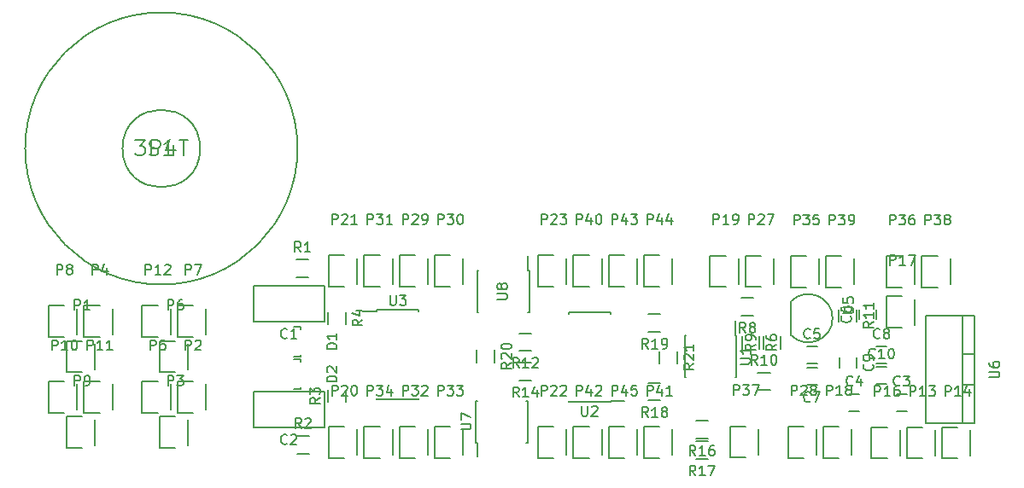
<source format=gto>
G04 #@! TF.FileFunction,Legend,Top*
%FSLAX46Y46*%
G04 Gerber Fmt 4.6, Leading zero omitted, Abs format (unit mm)*
G04 Created by KiCad (PCBNEW (2015-04-22 BZR 5620)-product) date 02/05/2015 11:23:22*
%MOMM*%
G01*
G04 APERTURE LIST*
%ADD10C,0.100000*%
%ADD11C,0.150000*%
%ADD12C,0.200000*%
G04 APERTURE END LIST*
D10*
D11*
X104770000Y-72020000D02*
X104770000Y-69480000D01*
X101950000Y-69200000D02*
X103500000Y-69200000D01*
X101950000Y-69200000D02*
X101950000Y-72300000D01*
X101950000Y-72300000D02*
X103500000Y-72300000D01*
X95520000Y-72020000D02*
X95520000Y-69480000D01*
X92700000Y-69200000D02*
X94250000Y-69200000D01*
X92700000Y-69200000D02*
X92700000Y-72300000D01*
X92700000Y-72300000D02*
X94250000Y-72300000D01*
X120000000Y-70750000D02*
X113000000Y-70750000D01*
X113000000Y-70750000D02*
X113000000Y-67250000D01*
X113000000Y-67250000D02*
X120000000Y-67250000D01*
X120000000Y-67250000D02*
X120000000Y-70750000D01*
X120000000Y-81250000D02*
X113000000Y-81250000D01*
X113000000Y-81250000D02*
X113000000Y-77750000D01*
X113000000Y-77750000D02*
X120000000Y-77750000D01*
X120000000Y-77750000D02*
X120000000Y-81250000D01*
X177750000Y-77950000D02*
X176750000Y-77950000D01*
X176750000Y-79650000D02*
X177750000Y-79650000D01*
X173050000Y-77950000D02*
X172050000Y-77950000D01*
X172050000Y-79650000D02*
X173050000Y-79650000D01*
X168850000Y-73250000D02*
X167850000Y-73250000D01*
X167850000Y-74950000D02*
X168850000Y-74950000D01*
X173050000Y-69550000D02*
X173050000Y-70550000D01*
X174750000Y-70550000D02*
X174750000Y-69550000D01*
X167850000Y-77050000D02*
X168850000Y-77050000D01*
X168850000Y-75350000D02*
X167850000Y-75350000D01*
X175750000Y-73250000D02*
X174750000Y-73250000D01*
X174750000Y-74950000D02*
X175750000Y-74950000D01*
X172750000Y-75350000D02*
X172750000Y-74350000D01*
X171050000Y-74350000D02*
X171050000Y-75350000D01*
X175750000Y-75250000D02*
X174750000Y-75250000D01*
X174750000Y-76950000D02*
X175750000Y-76950000D01*
X116948060Y-71250180D02*
X117649100Y-71250180D01*
X117649100Y-71250180D02*
X117649100Y-71499100D01*
X117649100Y-74049160D02*
X117649100Y-74249820D01*
X117649100Y-74249820D02*
X116948060Y-74249820D01*
X116948060Y-74500180D02*
X117649100Y-74500180D01*
X117649100Y-74500180D02*
X117649100Y-74749100D01*
X117649100Y-77299160D02*
X117649100Y-77499820D01*
X117649100Y-77499820D02*
X116948060Y-77499820D01*
X97270000Y-75520000D02*
X97270000Y-72980000D01*
X94450000Y-72700000D02*
X96000000Y-72700000D01*
X94450000Y-72700000D02*
X94450000Y-75800000D01*
X94450000Y-75800000D02*
X96000000Y-75800000D01*
X108270000Y-79520000D02*
X108270000Y-76980000D01*
X105450000Y-76700000D02*
X107000000Y-76700000D01*
X105450000Y-76700000D02*
X105450000Y-79800000D01*
X105450000Y-79800000D02*
X107000000Y-79800000D01*
X106520000Y-83020000D02*
X106520000Y-80480000D01*
X103700000Y-80200000D02*
X105250000Y-80200000D01*
X103700000Y-80200000D02*
X103700000Y-83300000D01*
X103700000Y-83300000D02*
X105250000Y-83300000D01*
X99020000Y-72020000D02*
X99020000Y-69480000D01*
X96200000Y-69200000D02*
X97750000Y-69200000D01*
X96200000Y-69200000D02*
X96200000Y-72300000D01*
X96200000Y-72300000D02*
X97750000Y-72300000D01*
X104770000Y-79520000D02*
X104770000Y-76980000D01*
X101950000Y-76700000D02*
X103500000Y-76700000D01*
X101950000Y-76700000D02*
X101950000Y-79800000D01*
X101950000Y-79800000D02*
X103500000Y-79800000D01*
X106520000Y-75520000D02*
X106520000Y-72980000D01*
X103700000Y-72700000D02*
X105250000Y-72700000D01*
X103700000Y-72700000D02*
X103700000Y-75800000D01*
X103700000Y-75800000D02*
X105250000Y-75800000D01*
X108270000Y-72020000D02*
X108270000Y-69480000D01*
X105450000Y-69200000D02*
X107000000Y-69200000D01*
X105450000Y-69200000D02*
X105450000Y-72300000D01*
X105450000Y-72300000D02*
X107000000Y-72300000D01*
X97270000Y-83020000D02*
X97270000Y-80480000D01*
X94450000Y-80200000D02*
X96000000Y-80200000D01*
X94450000Y-80200000D02*
X94450000Y-83300000D01*
X94450000Y-83300000D02*
X96000000Y-83300000D01*
X95520000Y-79520000D02*
X95520000Y-76980000D01*
X92700000Y-76700000D02*
X94250000Y-76700000D01*
X92700000Y-76700000D02*
X92700000Y-79800000D01*
X92700000Y-79800000D02*
X94250000Y-79800000D01*
X99020000Y-79520000D02*
X99020000Y-76980000D01*
X96200000Y-76700000D02*
X97750000Y-76700000D01*
X96200000Y-76700000D02*
X96200000Y-79800000D01*
X96200000Y-79800000D02*
X97750000Y-79800000D01*
X180570000Y-84070000D02*
X180570000Y-81530000D01*
X177750000Y-81250000D02*
X179300000Y-81250000D01*
X177750000Y-81250000D02*
X177750000Y-84350000D01*
X177750000Y-84350000D02*
X179300000Y-84350000D01*
X184070000Y-84070000D02*
X184070000Y-81530000D01*
X181250000Y-81250000D02*
X182800000Y-81250000D01*
X181250000Y-81250000D02*
X181250000Y-84350000D01*
X181250000Y-84350000D02*
X182800000Y-84350000D01*
X177070000Y-84070000D02*
X177070000Y-81530000D01*
X174250000Y-81250000D02*
X175800000Y-81250000D01*
X174250000Y-81250000D02*
X174250000Y-84350000D01*
X174250000Y-84350000D02*
X175800000Y-84350000D01*
X178570000Y-71070000D02*
X178570000Y-68530000D01*
X175750000Y-68250000D02*
X177300000Y-68250000D01*
X175750000Y-68250000D02*
X175750000Y-71350000D01*
X175750000Y-71350000D02*
X177300000Y-71350000D01*
X172300000Y-84010000D02*
X172300000Y-81470000D01*
X169480000Y-81190000D02*
X171030000Y-81190000D01*
X169480000Y-81190000D02*
X169480000Y-84290000D01*
X169480000Y-84290000D02*
X171030000Y-84290000D01*
X161070000Y-67030000D02*
X161070000Y-64490000D01*
X158250000Y-64210000D02*
X159800000Y-64210000D01*
X158250000Y-64210000D02*
X158250000Y-67310000D01*
X158250000Y-67310000D02*
X159800000Y-67310000D01*
X123270000Y-84020000D02*
X123270000Y-81480000D01*
X120450000Y-81200000D02*
X122000000Y-81200000D01*
X120450000Y-81200000D02*
X120450000Y-84300000D01*
X120450000Y-84300000D02*
X122000000Y-84300000D01*
X123270000Y-67020000D02*
X123270000Y-64480000D01*
X120450000Y-64200000D02*
X122000000Y-64200000D01*
X120450000Y-64200000D02*
X120450000Y-67300000D01*
X120450000Y-67300000D02*
X122000000Y-67300000D01*
X144020000Y-84020000D02*
X144020000Y-81480000D01*
X141200000Y-81200000D02*
X142750000Y-81200000D01*
X141200000Y-81200000D02*
X141200000Y-84300000D01*
X141200000Y-84300000D02*
X142750000Y-84300000D01*
X144020000Y-67020000D02*
X144020000Y-64480000D01*
X141200000Y-64200000D02*
X142750000Y-64200000D01*
X141200000Y-64200000D02*
X141200000Y-67300000D01*
X141200000Y-67300000D02*
X142750000Y-67300000D01*
X164570000Y-67030000D02*
X164570000Y-64490000D01*
X161750000Y-64210000D02*
X163300000Y-64210000D01*
X161750000Y-64210000D02*
X161750000Y-67310000D01*
X161750000Y-67310000D02*
X163300000Y-67310000D01*
X168810000Y-84010000D02*
X168810000Y-81470000D01*
X165990000Y-81190000D02*
X167540000Y-81190000D01*
X165990000Y-81190000D02*
X165990000Y-84290000D01*
X165990000Y-84290000D02*
X167540000Y-84290000D01*
X130270000Y-67020000D02*
X130270000Y-64480000D01*
X127450000Y-64200000D02*
X129000000Y-64200000D01*
X127450000Y-64200000D02*
X127450000Y-67300000D01*
X127450000Y-67300000D02*
X129000000Y-67300000D01*
X133770000Y-67020000D02*
X133770000Y-64480000D01*
X130950000Y-64200000D02*
X132500000Y-64200000D01*
X130950000Y-64200000D02*
X130950000Y-67300000D01*
X130950000Y-67300000D02*
X132500000Y-67300000D01*
X126770000Y-67020000D02*
X126770000Y-64480000D01*
X123950000Y-64200000D02*
X125500000Y-64200000D01*
X123950000Y-64200000D02*
X123950000Y-67300000D01*
X123950000Y-67300000D02*
X125500000Y-67300000D01*
X130270000Y-84020000D02*
X130270000Y-81480000D01*
X127450000Y-81200000D02*
X129000000Y-81200000D01*
X127450000Y-81200000D02*
X127450000Y-84300000D01*
X127450000Y-84300000D02*
X129000000Y-84300000D01*
X133770000Y-84020000D02*
X133770000Y-81480000D01*
X130950000Y-81200000D02*
X132500000Y-81200000D01*
X130950000Y-81200000D02*
X130950000Y-84300000D01*
X130950000Y-84300000D02*
X132500000Y-84300000D01*
X126770000Y-84020000D02*
X126770000Y-81480000D01*
X123950000Y-81200000D02*
X125500000Y-81200000D01*
X123950000Y-81200000D02*
X123950000Y-84300000D01*
X123950000Y-84300000D02*
X125500000Y-84300000D01*
X169070000Y-67070000D02*
X169070000Y-64530000D01*
X166250000Y-64250000D02*
X167800000Y-64250000D01*
X166250000Y-64250000D02*
X166250000Y-67350000D01*
X166250000Y-67350000D02*
X167800000Y-67350000D01*
X178570000Y-67070000D02*
X178570000Y-64530000D01*
X175750000Y-64250000D02*
X177300000Y-64250000D01*
X175750000Y-64250000D02*
X175750000Y-67350000D01*
X175750000Y-67350000D02*
X177300000Y-67350000D01*
X163070000Y-83970000D02*
X163070000Y-81430000D01*
X160250000Y-81150000D02*
X161800000Y-81150000D01*
X160250000Y-81150000D02*
X160250000Y-84250000D01*
X160250000Y-84250000D02*
X161800000Y-84250000D01*
X182070000Y-67070000D02*
X182070000Y-64530000D01*
X179250000Y-64250000D02*
X180800000Y-64250000D01*
X179250000Y-64250000D02*
X179250000Y-67350000D01*
X179250000Y-67350000D02*
X180800000Y-67350000D01*
X172570000Y-67070000D02*
X172570000Y-64530000D01*
X169750000Y-64250000D02*
X171300000Y-64250000D01*
X169750000Y-64250000D02*
X169750000Y-67350000D01*
X169750000Y-67350000D02*
X171300000Y-67350000D01*
X147520000Y-67020000D02*
X147520000Y-64480000D01*
X144700000Y-64200000D02*
X146250000Y-64200000D01*
X144700000Y-64200000D02*
X144700000Y-67300000D01*
X144700000Y-67300000D02*
X146250000Y-67300000D01*
X154520000Y-84020000D02*
X154520000Y-81480000D01*
X151700000Y-81200000D02*
X153250000Y-81200000D01*
X151700000Y-81200000D02*
X151700000Y-84300000D01*
X151700000Y-84300000D02*
X153250000Y-84300000D01*
X147520000Y-84020000D02*
X147520000Y-81480000D01*
X144700000Y-81200000D02*
X146250000Y-81200000D01*
X144700000Y-81200000D02*
X144700000Y-84300000D01*
X144700000Y-84300000D02*
X146250000Y-84300000D01*
X151020000Y-67020000D02*
X151020000Y-64480000D01*
X148200000Y-64200000D02*
X149750000Y-64200000D01*
X148200000Y-64200000D02*
X148200000Y-67300000D01*
X148200000Y-67300000D02*
X149750000Y-67300000D01*
X154520000Y-67020000D02*
X154520000Y-64480000D01*
X151700000Y-64200000D02*
X153250000Y-64200000D01*
X151700000Y-64200000D02*
X151700000Y-67300000D01*
X151700000Y-67300000D02*
X153250000Y-67300000D01*
X151020000Y-84020000D02*
X151020000Y-81480000D01*
X148200000Y-81200000D02*
X149750000Y-81200000D01*
X148200000Y-81200000D02*
X148200000Y-84300000D01*
X148200000Y-84300000D02*
X149750000Y-84300000D01*
X118450000Y-66375000D02*
X117250000Y-66375000D01*
X117250000Y-64625000D02*
X118450000Y-64625000D01*
X118500000Y-83875000D02*
X117300000Y-83875000D01*
X117300000Y-82125000D02*
X118500000Y-82125000D01*
X122125000Y-77550000D02*
X122125000Y-78750000D01*
X120375000Y-78750000D02*
X120375000Y-77550000D01*
X120375000Y-71000000D02*
X120375000Y-69800000D01*
X122125000Y-69800000D02*
X122125000Y-71000000D01*
X161425000Y-73450000D02*
X161425000Y-72250000D01*
X163175000Y-72250000D02*
X163175000Y-73450000D01*
X161350000Y-68425000D02*
X162550000Y-68425000D01*
X162550000Y-70175000D02*
X161350000Y-70175000D01*
X165275000Y-72250000D02*
X165275000Y-73450000D01*
X163525000Y-73450000D02*
X163525000Y-72250000D01*
X164200000Y-77575000D02*
X163000000Y-77575000D01*
X163000000Y-75825000D02*
X164200000Y-75825000D01*
X171025000Y-70750000D02*
X171025000Y-69550000D01*
X172775000Y-69550000D02*
X172775000Y-70750000D01*
X139350000Y-71925000D02*
X140550000Y-71925000D01*
X140550000Y-73675000D02*
X139350000Y-73675000D01*
X139350000Y-74825000D02*
X140550000Y-74825000D01*
X140550000Y-76575000D02*
X139350000Y-76575000D01*
X156850000Y-80625000D02*
X158050000Y-80625000D01*
X158050000Y-82375000D02*
X156850000Y-82375000D01*
X156850000Y-82625000D02*
X158050000Y-82625000D01*
X158050000Y-84375000D02*
X156850000Y-84375000D01*
X152150000Y-76825000D02*
X153350000Y-76825000D01*
X153350000Y-78575000D02*
X152150000Y-78575000D01*
X152150000Y-70025000D02*
X153350000Y-70025000D01*
X153350000Y-71775000D02*
X152150000Y-71775000D01*
X135125000Y-74800000D02*
X135125000Y-73600000D01*
X136875000Y-73600000D02*
X136875000Y-74800000D01*
X153225000Y-74900000D02*
X153225000Y-73700000D01*
X154975000Y-73700000D02*
X154975000Y-74900000D01*
X107708224Y-53587109D02*
G75*
G03X107708224Y-53587109I-3850000J0D01*
G01*
X117358224Y-53587109D02*
G75*
G03X117358224Y-53587109I-13500000J0D01*
G01*
X160875000Y-72125000D02*
X160730000Y-72125000D01*
X160875000Y-76275000D02*
X160730000Y-76275000D01*
X155725000Y-76275000D02*
X155870000Y-76275000D01*
X155725000Y-72125000D02*
X155870000Y-72125000D01*
X160875000Y-72125000D02*
X160875000Y-76275000D01*
X155725000Y-72125000D02*
X155725000Y-76275000D01*
X160730000Y-72125000D02*
X160730000Y-70725000D01*
X148375000Y-78760000D02*
X148375000Y-78645000D01*
X144225000Y-78760000D02*
X144225000Y-78645000D01*
X144225000Y-69860000D02*
X144225000Y-69975000D01*
X148375000Y-69860000D02*
X148375000Y-69975000D01*
X148375000Y-78760000D02*
X144225000Y-78760000D01*
X148375000Y-69860000D02*
X144225000Y-69860000D01*
X148375000Y-78645000D02*
X149750000Y-78645000D01*
X125225000Y-69610000D02*
X125225000Y-69725000D01*
X129375000Y-69610000D02*
X129375000Y-69725000D01*
X129375000Y-78510000D02*
X129375000Y-78395000D01*
X125225000Y-78510000D02*
X125225000Y-78395000D01*
X125225000Y-69610000D02*
X129375000Y-69610000D01*
X125225000Y-78510000D02*
X129375000Y-78510000D01*
X125225000Y-69725000D02*
X123850000Y-69725000D01*
X166300000Y-68730000D02*
X166300000Y-72130000D01*
X166302944Y-68732944D02*
G75*
G02X170400000Y-70430000I1697056J-1697056D01*
G01*
X166302944Y-72127056D02*
G75*
G03X170400000Y-70430000I1697056J1697056D01*
G01*
X135020000Y-82775000D02*
X135165000Y-82775000D01*
X135020000Y-78625000D02*
X135165000Y-78625000D01*
X140170000Y-78625000D02*
X140025000Y-78625000D01*
X140170000Y-82775000D02*
X140025000Y-82775000D01*
X135020000Y-82775000D02*
X135020000Y-78625000D01*
X140170000Y-82775000D02*
X140170000Y-78625000D01*
X135165000Y-82775000D02*
X135165000Y-84175000D01*
X140325000Y-65675000D02*
X140180000Y-65675000D01*
X140325000Y-69825000D02*
X140180000Y-69825000D01*
X135175000Y-69825000D02*
X135320000Y-69825000D01*
X135175000Y-65675000D02*
X135320000Y-65675000D01*
X140325000Y-65675000D02*
X140325000Y-69825000D01*
X135175000Y-65675000D02*
X135175000Y-69825000D01*
X140180000Y-65675000D02*
X140180000Y-64275000D01*
X184448000Y-74016000D02*
X183305000Y-74016000D01*
X184448000Y-77064000D02*
X183305000Y-77064000D01*
X183305000Y-80874000D02*
X179622000Y-80874000D01*
X179622000Y-80874000D02*
X179622000Y-70206000D01*
X179622000Y-70206000D02*
X183305000Y-70206000D01*
X184448000Y-80874000D02*
X183305000Y-80874000D01*
X183305000Y-80874000D02*
X183305000Y-70206000D01*
X183305000Y-70206000D02*
X184448000Y-70206000D01*
X184448000Y-75540000D02*
X184448000Y-70206000D01*
X184448000Y-75540000D02*
X184448000Y-80874000D01*
X102285714Y-66102381D02*
X102285714Y-65102381D01*
X102666667Y-65102381D01*
X102761905Y-65150000D01*
X102809524Y-65197619D01*
X102857143Y-65292857D01*
X102857143Y-65435714D01*
X102809524Y-65530952D01*
X102761905Y-65578571D01*
X102666667Y-65626190D01*
X102285714Y-65626190D01*
X103809524Y-66102381D02*
X103238095Y-66102381D01*
X103523809Y-66102381D02*
X103523809Y-65102381D01*
X103428571Y-65245238D01*
X103333333Y-65340476D01*
X103238095Y-65388095D01*
X104190476Y-65197619D02*
X104238095Y-65150000D01*
X104333333Y-65102381D01*
X104571429Y-65102381D01*
X104666667Y-65150000D01*
X104714286Y-65197619D01*
X104761905Y-65292857D01*
X104761905Y-65388095D01*
X104714286Y-65530952D01*
X104142857Y-66102381D01*
X104761905Y-66102381D01*
X93511905Y-66102381D02*
X93511905Y-65102381D01*
X93892858Y-65102381D01*
X93988096Y-65150000D01*
X94035715Y-65197619D01*
X94083334Y-65292857D01*
X94083334Y-65435714D01*
X94035715Y-65530952D01*
X93988096Y-65578571D01*
X93892858Y-65626190D01*
X93511905Y-65626190D01*
X94654762Y-65530952D02*
X94559524Y-65483333D01*
X94511905Y-65435714D01*
X94464286Y-65340476D01*
X94464286Y-65292857D01*
X94511905Y-65197619D01*
X94559524Y-65150000D01*
X94654762Y-65102381D01*
X94845239Y-65102381D01*
X94940477Y-65150000D01*
X94988096Y-65197619D01*
X95035715Y-65292857D01*
X95035715Y-65340476D01*
X94988096Y-65435714D01*
X94940477Y-65483333D01*
X94845239Y-65530952D01*
X94654762Y-65530952D01*
X94559524Y-65578571D01*
X94511905Y-65626190D01*
X94464286Y-65721429D01*
X94464286Y-65911905D01*
X94511905Y-66007143D01*
X94559524Y-66054762D01*
X94654762Y-66102381D01*
X94845239Y-66102381D01*
X94940477Y-66054762D01*
X94988096Y-66007143D01*
X95035715Y-65911905D01*
X95035715Y-65721429D01*
X94988096Y-65626190D01*
X94940477Y-65578571D01*
X94845239Y-65530952D01*
X116333334Y-72357143D02*
X116285715Y-72404762D01*
X116142858Y-72452381D01*
X116047620Y-72452381D01*
X115904762Y-72404762D01*
X115809524Y-72309524D01*
X115761905Y-72214286D01*
X115714286Y-72023810D01*
X115714286Y-71880952D01*
X115761905Y-71690476D01*
X115809524Y-71595238D01*
X115904762Y-71500000D01*
X116047620Y-71452381D01*
X116142858Y-71452381D01*
X116285715Y-71500000D01*
X116333334Y-71547619D01*
X117285715Y-72452381D02*
X116714286Y-72452381D01*
X117000000Y-72452381D02*
X117000000Y-71452381D01*
X116904762Y-71595238D01*
X116809524Y-71690476D01*
X116714286Y-71738095D01*
X116333334Y-82857143D02*
X116285715Y-82904762D01*
X116142858Y-82952381D01*
X116047620Y-82952381D01*
X115904762Y-82904762D01*
X115809524Y-82809524D01*
X115761905Y-82714286D01*
X115714286Y-82523810D01*
X115714286Y-82380952D01*
X115761905Y-82190476D01*
X115809524Y-82095238D01*
X115904762Y-82000000D01*
X116047620Y-81952381D01*
X116142858Y-81952381D01*
X116285715Y-82000000D01*
X116333334Y-82047619D01*
X116714286Y-82047619D02*
X116761905Y-82000000D01*
X116857143Y-81952381D01*
X117095239Y-81952381D01*
X117190477Y-82000000D01*
X117238096Y-82047619D01*
X117285715Y-82142857D01*
X117285715Y-82238095D01*
X117238096Y-82380952D01*
X116666667Y-82952381D01*
X117285715Y-82952381D01*
X177083334Y-77057143D02*
X177035715Y-77104762D01*
X176892858Y-77152381D01*
X176797620Y-77152381D01*
X176654762Y-77104762D01*
X176559524Y-77009524D01*
X176511905Y-76914286D01*
X176464286Y-76723810D01*
X176464286Y-76580952D01*
X176511905Y-76390476D01*
X176559524Y-76295238D01*
X176654762Y-76200000D01*
X176797620Y-76152381D01*
X176892858Y-76152381D01*
X177035715Y-76200000D01*
X177083334Y-76247619D01*
X177416667Y-76152381D02*
X178035715Y-76152381D01*
X177702381Y-76533333D01*
X177845239Y-76533333D01*
X177940477Y-76580952D01*
X177988096Y-76628571D01*
X178035715Y-76723810D01*
X178035715Y-76961905D01*
X177988096Y-77057143D01*
X177940477Y-77104762D01*
X177845239Y-77152381D01*
X177559524Y-77152381D01*
X177464286Y-77104762D01*
X177416667Y-77057143D01*
X172383334Y-77057143D02*
X172335715Y-77104762D01*
X172192858Y-77152381D01*
X172097620Y-77152381D01*
X171954762Y-77104762D01*
X171859524Y-77009524D01*
X171811905Y-76914286D01*
X171764286Y-76723810D01*
X171764286Y-76580952D01*
X171811905Y-76390476D01*
X171859524Y-76295238D01*
X171954762Y-76200000D01*
X172097620Y-76152381D01*
X172192858Y-76152381D01*
X172335715Y-76200000D01*
X172383334Y-76247619D01*
X173240477Y-76485714D02*
X173240477Y-77152381D01*
X173002381Y-76104762D02*
X172764286Y-76819048D01*
X173383334Y-76819048D01*
X168183334Y-72357143D02*
X168135715Y-72404762D01*
X167992858Y-72452381D01*
X167897620Y-72452381D01*
X167754762Y-72404762D01*
X167659524Y-72309524D01*
X167611905Y-72214286D01*
X167564286Y-72023810D01*
X167564286Y-71880952D01*
X167611905Y-71690476D01*
X167659524Y-71595238D01*
X167754762Y-71500000D01*
X167897620Y-71452381D01*
X167992858Y-71452381D01*
X168135715Y-71500000D01*
X168183334Y-71547619D01*
X169088096Y-71452381D02*
X168611905Y-71452381D01*
X168564286Y-71928571D01*
X168611905Y-71880952D01*
X168707143Y-71833333D01*
X168945239Y-71833333D01*
X169040477Y-71880952D01*
X169088096Y-71928571D01*
X169135715Y-72023810D01*
X169135715Y-72261905D01*
X169088096Y-72357143D01*
X169040477Y-72404762D01*
X168945239Y-72452381D01*
X168707143Y-72452381D01*
X168611905Y-72404762D01*
X168564286Y-72357143D01*
X172157143Y-70216666D02*
X172204762Y-70264285D01*
X172252381Y-70407142D01*
X172252381Y-70502380D01*
X172204762Y-70645238D01*
X172109524Y-70740476D01*
X172014286Y-70788095D01*
X171823810Y-70835714D01*
X171680952Y-70835714D01*
X171490476Y-70788095D01*
X171395238Y-70740476D01*
X171300000Y-70645238D01*
X171252381Y-70502380D01*
X171252381Y-70407142D01*
X171300000Y-70264285D01*
X171347619Y-70216666D01*
X171252381Y-69359523D02*
X171252381Y-69550000D01*
X171300000Y-69645238D01*
X171347619Y-69692857D01*
X171490476Y-69788095D01*
X171680952Y-69835714D01*
X172061905Y-69835714D01*
X172157143Y-69788095D01*
X172204762Y-69740476D01*
X172252381Y-69645238D01*
X172252381Y-69454761D01*
X172204762Y-69359523D01*
X172157143Y-69311904D01*
X172061905Y-69264285D01*
X171823810Y-69264285D01*
X171728571Y-69311904D01*
X171680952Y-69359523D01*
X171633333Y-69454761D01*
X171633333Y-69645238D01*
X171680952Y-69740476D01*
X171728571Y-69788095D01*
X171823810Y-69835714D01*
X168183334Y-78657143D02*
X168135715Y-78704762D01*
X167992858Y-78752381D01*
X167897620Y-78752381D01*
X167754762Y-78704762D01*
X167659524Y-78609524D01*
X167611905Y-78514286D01*
X167564286Y-78323810D01*
X167564286Y-78180952D01*
X167611905Y-77990476D01*
X167659524Y-77895238D01*
X167754762Y-77800000D01*
X167897620Y-77752381D01*
X167992858Y-77752381D01*
X168135715Y-77800000D01*
X168183334Y-77847619D01*
X168516667Y-77752381D02*
X169183334Y-77752381D01*
X168754762Y-78752381D01*
X175083334Y-72357143D02*
X175035715Y-72404762D01*
X174892858Y-72452381D01*
X174797620Y-72452381D01*
X174654762Y-72404762D01*
X174559524Y-72309524D01*
X174511905Y-72214286D01*
X174464286Y-72023810D01*
X174464286Y-71880952D01*
X174511905Y-71690476D01*
X174559524Y-71595238D01*
X174654762Y-71500000D01*
X174797620Y-71452381D01*
X174892858Y-71452381D01*
X175035715Y-71500000D01*
X175083334Y-71547619D01*
X175654762Y-71880952D02*
X175559524Y-71833333D01*
X175511905Y-71785714D01*
X175464286Y-71690476D01*
X175464286Y-71642857D01*
X175511905Y-71547619D01*
X175559524Y-71500000D01*
X175654762Y-71452381D01*
X175845239Y-71452381D01*
X175940477Y-71500000D01*
X175988096Y-71547619D01*
X176035715Y-71642857D01*
X176035715Y-71690476D01*
X175988096Y-71785714D01*
X175940477Y-71833333D01*
X175845239Y-71880952D01*
X175654762Y-71880952D01*
X175559524Y-71928571D01*
X175511905Y-71976190D01*
X175464286Y-72071429D01*
X175464286Y-72261905D01*
X175511905Y-72357143D01*
X175559524Y-72404762D01*
X175654762Y-72452381D01*
X175845239Y-72452381D01*
X175940477Y-72404762D01*
X175988096Y-72357143D01*
X176035715Y-72261905D01*
X176035715Y-72071429D01*
X175988096Y-71976190D01*
X175940477Y-71928571D01*
X175845239Y-71880952D01*
X174357143Y-75016666D02*
X174404762Y-75064285D01*
X174452381Y-75207142D01*
X174452381Y-75302380D01*
X174404762Y-75445238D01*
X174309524Y-75540476D01*
X174214286Y-75588095D01*
X174023810Y-75635714D01*
X173880952Y-75635714D01*
X173690476Y-75588095D01*
X173595238Y-75540476D01*
X173500000Y-75445238D01*
X173452381Y-75302380D01*
X173452381Y-75207142D01*
X173500000Y-75064285D01*
X173547619Y-75016666D01*
X174452381Y-74540476D02*
X174452381Y-74350000D01*
X174404762Y-74254761D01*
X174357143Y-74207142D01*
X174214286Y-74111904D01*
X174023810Y-74064285D01*
X173642857Y-74064285D01*
X173547619Y-74111904D01*
X173500000Y-74159523D01*
X173452381Y-74254761D01*
X173452381Y-74445238D01*
X173500000Y-74540476D01*
X173547619Y-74588095D01*
X173642857Y-74635714D01*
X173880952Y-74635714D01*
X173976190Y-74588095D01*
X174023810Y-74540476D01*
X174071429Y-74445238D01*
X174071429Y-74254761D01*
X174023810Y-74159523D01*
X173976190Y-74111904D01*
X173880952Y-74064285D01*
X174607143Y-74357143D02*
X174559524Y-74404762D01*
X174416667Y-74452381D01*
X174321429Y-74452381D01*
X174178571Y-74404762D01*
X174083333Y-74309524D01*
X174035714Y-74214286D01*
X173988095Y-74023810D01*
X173988095Y-73880952D01*
X174035714Y-73690476D01*
X174083333Y-73595238D01*
X174178571Y-73500000D01*
X174321429Y-73452381D01*
X174416667Y-73452381D01*
X174559524Y-73500000D01*
X174607143Y-73547619D01*
X175559524Y-74452381D02*
X174988095Y-74452381D01*
X175273809Y-74452381D02*
X175273809Y-73452381D01*
X175178571Y-73595238D01*
X175083333Y-73690476D01*
X174988095Y-73738095D01*
X176178571Y-73452381D02*
X176273810Y-73452381D01*
X176369048Y-73500000D01*
X176416667Y-73547619D01*
X176464286Y-73642857D01*
X176511905Y-73833333D01*
X176511905Y-74071429D01*
X176464286Y-74261905D01*
X176416667Y-74357143D01*
X176369048Y-74404762D01*
X176273810Y-74452381D01*
X176178571Y-74452381D01*
X176083333Y-74404762D01*
X176035714Y-74357143D01*
X175988095Y-74261905D01*
X175940476Y-74071429D01*
X175940476Y-73833333D01*
X175988095Y-73642857D01*
X176035714Y-73547619D01*
X176083333Y-73500000D01*
X176178571Y-73452381D01*
X121261241Y-73488095D02*
X120261241Y-73488095D01*
X120261241Y-73250000D01*
X120308860Y-73107142D01*
X120404098Y-73011904D01*
X120499336Y-72964285D01*
X120689812Y-72916666D01*
X120832670Y-72916666D01*
X121023146Y-72964285D01*
X121118384Y-73011904D01*
X121213622Y-73107142D01*
X121261241Y-73250000D01*
X121261241Y-73488095D01*
X121261241Y-71964285D02*
X121261241Y-72535714D01*
X121261241Y-72250000D02*
X120261241Y-72250000D01*
X120404098Y-72345238D01*
X120499336Y-72440476D01*
X120546955Y-72535714D01*
X121261241Y-76738095D02*
X120261241Y-76738095D01*
X120261241Y-76500000D01*
X120308860Y-76357142D01*
X120404098Y-76261904D01*
X120499336Y-76214285D01*
X120689812Y-76166666D01*
X120832670Y-76166666D01*
X121023146Y-76214285D01*
X121118384Y-76261904D01*
X121213622Y-76357142D01*
X121261241Y-76500000D01*
X121261241Y-76738095D01*
X120356479Y-75785714D02*
X120308860Y-75738095D01*
X120261241Y-75642857D01*
X120261241Y-75404761D01*
X120308860Y-75309523D01*
X120356479Y-75261904D01*
X120451717Y-75214285D01*
X120546955Y-75214285D01*
X120689812Y-75261904D01*
X121261241Y-75833333D01*
X121261241Y-75214285D01*
X95261905Y-69602381D02*
X95261905Y-68602381D01*
X95642858Y-68602381D01*
X95738096Y-68650000D01*
X95785715Y-68697619D01*
X95833334Y-68792857D01*
X95833334Y-68935714D01*
X95785715Y-69030952D01*
X95738096Y-69078571D01*
X95642858Y-69126190D01*
X95261905Y-69126190D01*
X96785715Y-69602381D02*
X96214286Y-69602381D01*
X96500000Y-69602381D02*
X96500000Y-68602381D01*
X96404762Y-68745238D01*
X96309524Y-68840476D01*
X96214286Y-68888095D01*
X106261905Y-73602381D02*
X106261905Y-72602381D01*
X106642858Y-72602381D01*
X106738096Y-72650000D01*
X106785715Y-72697619D01*
X106833334Y-72792857D01*
X106833334Y-72935714D01*
X106785715Y-73030952D01*
X106738096Y-73078571D01*
X106642858Y-73126190D01*
X106261905Y-73126190D01*
X107214286Y-72697619D02*
X107261905Y-72650000D01*
X107357143Y-72602381D01*
X107595239Y-72602381D01*
X107690477Y-72650000D01*
X107738096Y-72697619D01*
X107785715Y-72792857D01*
X107785715Y-72888095D01*
X107738096Y-73030952D01*
X107166667Y-73602381D01*
X107785715Y-73602381D01*
X104511905Y-77102381D02*
X104511905Y-76102381D01*
X104892858Y-76102381D01*
X104988096Y-76150000D01*
X105035715Y-76197619D01*
X105083334Y-76292857D01*
X105083334Y-76435714D01*
X105035715Y-76530952D01*
X104988096Y-76578571D01*
X104892858Y-76626190D01*
X104511905Y-76626190D01*
X105416667Y-76102381D02*
X106035715Y-76102381D01*
X105702381Y-76483333D01*
X105845239Y-76483333D01*
X105940477Y-76530952D01*
X105988096Y-76578571D01*
X106035715Y-76673810D01*
X106035715Y-76911905D01*
X105988096Y-77007143D01*
X105940477Y-77054762D01*
X105845239Y-77102381D01*
X105559524Y-77102381D01*
X105464286Y-77054762D01*
X105416667Y-77007143D01*
X97011905Y-66102381D02*
X97011905Y-65102381D01*
X97392858Y-65102381D01*
X97488096Y-65150000D01*
X97535715Y-65197619D01*
X97583334Y-65292857D01*
X97583334Y-65435714D01*
X97535715Y-65530952D01*
X97488096Y-65578571D01*
X97392858Y-65626190D01*
X97011905Y-65626190D01*
X98440477Y-65435714D02*
X98440477Y-66102381D01*
X98202381Y-65054762D02*
X97964286Y-65769048D01*
X98583334Y-65769048D01*
X102761905Y-73602381D02*
X102761905Y-72602381D01*
X103142858Y-72602381D01*
X103238096Y-72650000D01*
X103285715Y-72697619D01*
X103333334Y-72792857D01*
X103333334Y-72935714D01*
X103285715Y-73030952D01*
X103238096Y-73078571D01*
X103142858Y-73126190D01*
X102761905Y-73126190D01*
X104238096Y-72602381D02*
X103761905Y-72602381D01*
X103714286Y-73078571D01*
X103761905Y-73030952D01*
X103857143Y-72983333D01*
X104095239Y-72983333D01*
X104190477Y-73030952D01*
X104238096Y-73078571D01*
X104285715Y-73173810D01*
X104285715Y-73411905D01*
X104238096Y-73507143D01*
X104190477Y-73554762D01*
X104095239Y-73602381D01*
X103857143Y-73602381D01*
X103761905Y-73554762D01*
X103714286Y-73507143D01*
X104511905Y-69602381D02*
X104511905Y-68602381D01*
X104892858Y-68602381D01*
X104988096Y-68650000D01*
X105035715Y-68697619D01*
X105083334Y-68792857D01*
X105083334Y-68935714D01*
X105035715Y-69030952D01*
X104988096Y-69078571D01*
X104892858Y-69126190D01*
X104511905Y-69126190D01*
X105940477Y-68602381D02*
X105750000Y-68602381D01*
X105654762Y-68650000D01*
X105607143Y-68697619D01*
X105511905Y-68840476D01*
X105464286Y-69030952D01*
X105464286Y-69411905D01*
X105511905Y-69507143D01*
X105559524Y-69554762D01*
X105654762Y-69602381D01*
X105845239Y-69602381D01*
X105940477Y-69554762D01*
X105988096Y-69507143D01*
X106035715Y-69411905D01*
X106035715Y-69173810D01*
X105988096Y-69078571D01*
X105940477Y-69030952D01*
X105845239Y-68983333D01*
X105654762Y-68983333D01*
X105559524Y-69030952D01*
X105511905Y-69078571D01*
X105464286Y-69173810D01*
X106261905Y-66102381D02*
X106261905Y-65102381D01*
X106642858Y-65102381D01*
X106738096Y-65150000D01*
X106785715Y-65197619D01*
X106833334Y-65292857D01*
X106833334Y-65435714D01*
X106785715Y-65530952D01*
X106738096Y-65578571D01*
X106642858Y-65626190D01*
X106261905Y-65626190D01*
X107166667Y-65102381D02*
X107833334Y-65102381D01*
X107404762Y-66102381D01*
X95261905Y-77102381D02*
X95261905Y-76102381D01*
X95642858Y-76102381D01*
X95738096Y-76150000D01*
X95785715Y-76197619D01*
X95833334Y-76292857D01*
X95833334Y-76435714D01*
X95785715Y-76530952D01*
X95738096Y-76578571D01*
X95642858Y-76626190D01*
X95261905Y-76626190D01*
X96309524Y-77102381D02*
X96500000Y-77102381D01*
X96595239Y-77054762D01*
X96642858Y-77007143D01*
X96738096Y-76864286D01*
X96785715Y-76673810D01*
X96785715Y-76292857D01*
X96738096Y-76197619D01*
X96690477Y-76150000D01*
X96595239Y-76102381D01*
X96404762Y-76102381D01*
X96309524Y-76150000D01*
X96261905Y-76197619D01*
X96214286Y-76292857D01*
X96214286Y-76530952D01*
X96261905Y-76626190D01*
X96309524Y-76673810D01*
X96404762Y-76721429D01*
X96595239Y-76721429D01*
X96690477Y-76673810D01*
X96738096Y-76626190D01*
X96785715Y-76530952D01*
X93035714Y-73602381D02*
X93035714Y-72602381D01*
X93416667Y-72602381D01*
X93511905Y-72650000D01*
X93559524Y-72697619D01*
X93607143Y-72792857D01*
X93607143Y-72935714D01*
X93559524Y-73030952D01*
X93511905Y-73078571D01*
X93416667Y-73126190D01*
X93035714Y-73126190D01*
X94559524Y-73602381D02*
X93988095Y-73602381D01*
X94273809Y-73602381D02*
X94273809Y-72602381D01*
X94178571Y-72745238D01*
X94083333Y-72840476D01*
X93988095Y-72888095D01*
X95178571Y-72602381D02*
X95273810Y-72602381D01*
X95369048Y-72650000D01*
X95416667Y-72697619D01*
X95464286Y-72792857D01*
X95511905Y-72983333D01*
X95511905Y-73221429D01*
X95464286Y-73411905D01*
X95416667Y-73507143D01*
X95369048Y-73554762D01*
X95273810Y-73602381D01*
X95178571Y-73602381D01*
X95083333Y-73554762D01*
X95035714Y-73507143D01*
X94988095Y-73411905D01*
X94940476Y-73221429D01*
X94940476Y-72983333D01*
X94988095Y-72792857D01*
X95035714Y-72697619D01*
X95083333Y-72650000D01*
X95178571Y-72602381D01*
X96535714Y-73602381D02*
X96535714Y-72602381D01*
X96916667Y-72602381D01*
X97011905Y-72650000D01*
X97059524Y-72697619D01*
X97107143Y-72792857D01*
X97107143Y-72935714D01*
X97059524Y-73030952D01*
X97011905Y-73078571D01*
X96916667Y-73126190D01*
X96535714Y-73126190D01*
X98059524Y-73602381D02*
X97488095Y-73602381D01*
X97773809Y-73602381D02*
X97773809Y-72602381D01*
X97678571Y-72745238D01*
X97583333Y-72840476D01*
X97488095Y-72888095D01*
X99011905Y-73602381D02*
X98440476Y-73602381D01*
X98726190Y-73602381D02*
X98726190Y-72602381D01*
X98630952Y-72745238D01*
X98535714Y-72840476D01*
X98440476Y-72888095D01*
X178085714Y-78152381D02*
X178085714Y-77152381D01*
X178466667Y-77152381D01*
X178561905Y-77200000D01*
X178609524Y-77247619D01*
X178657143Y-77342857D01*
X178657143Y-77485714D01*
X178609524Y-77580952D01*
X178561905Y-77628571D01*
X178466667Y-77676190D01*
X178085714Y-77676190D01*
X179609524Y-78152381D02*
X179038095Y-78152381D01*
X179323809Y-78152381D02*
X179323809Y-77152381D01*
X179228571Y-77295238D01*
X179133333Y-77390476D01*
X179038095Y-77438095D01*
X179942857Y-77152381D02*
X180561905Y-77152381D01*
X180228571Y-77533333D01*
X180371429Y-77533333D01*
X180466667Y-77580952D01*
X180514286Y-77628571D01*
X180561905Y-77723810D01*
X180561905Y-77961905D01*
X180514286Y-78057143D01*
X180466667Y-78104762D01*
X180371429Y-78152381D01*
X180085714Y-78152381D01*
X179990476Y-78104762D01*
X179942857Y-78057143D01*
X181585714Y-78152381D02*
X181585714Y-77152381D01*
X181966667Y-77152381D01*
X182061905Y-77200000D01*
X182109524Y-77247619D01*
X182157143Y-77342857D01*
X182157143Y-77485714D01*
X182109524Y-77580952D01*
X182061905Y-77628571D01*
X181966667Y-77676190D01*
X181585714Y-77676190D01*
X183109524Y-78152381D02*
X182538095Y-78152381D01*
X182823809Y-78152381D02*
X182823809Y-77152381D01*
X182728571Y-77295238D01*
X182633333Y-77390476D01*
X182538095Y-77438095D01*
X183966667Y-77485714D02*
X183966667Y-78152381D01*
X183728571Y-77104762D02*
X183490476Y-77819048D01*
X184109524Y-77819048D01*
X174585714Y-78152381D02*
X174585714Y-77152381D01*
X174966667Y-77152381D01*
X175061905Y-77200000D01*
X175109524Y-77247619D01*
X175157143Y-77342857D01*
X175157143Y-77485714D01*
X175109524Y-77580952D01*
X175061905Y-77628571D01*
X174966667Y-77676190D01*
X174585714Y-77676190D01*
X176109524Y-78152381D02*
X175538095Y-78152381D01*
X175823809Y-78152381D02*
X175823809Y-77152381D01*
X175728571Y-77295238D01*
X175633333Y-77390476D01*
X175538095Y-77438095D01*
X176966667Y-77152381D02*
X176776190Y-77152381D01*
X176680952Y-77200000D01*
X176633333Y-77247619D01*
X176538095Y-77390476D01*
X176490476Y-77580952D01*
X176490476Y-77961905D01*
X176538095Y-78057143D01*
X176585714Y-78104762D01*
X176680952Y-78152381D01*
X176871429Y-78152381D01*
X176966667Y-78104762D01*
X177014286Y-78057143D01*
X177061905Y-77961905D01*
X177061905Y-77723810D01*
X177014286Y-77628571D01*
X176966667Y-77580952D01*
X176871429Y-77533333D01*
X176680952Y-77533333D01*
X176585714Y-77580952D01*
X176538095Y-77628571D01*
X176490476Y-77723810D01*
X176085714Y-65152381D02*
X176085714Y-64152381D01*
X176466667Y-64152381D01*
X176561905Y-64200000D01*
X176609524Y-64247619D01*
X176657143Y-64342857D01*
X176657143Y-64485714D01*
X176609524Y-64580952D01*
X176561905Y-64628571D01*
X176466667Y-64676190D01*
X176085714Y-64676190D01*
X177609524Y-65152381D02*
X177038095Y-65152381D01*
X177323809Y-65152381D02*
X177323809Y-64152381D01*
X177228571Y-64295238D01*
X177133333Y-64390476D01*
X177038095Y-64438095D01*
X177942857Y-64152381D02*
X178609524Y-64152381D01*
X178180952Y-65152381D01*
X169815714Y-78092381D02*
X169815714Y-77092381D01*
X170196667Y-77092381D01*
X170291905Y-77140000D01*
X170339524Y-77187619D01*
X170387143Y-77282857D01*
X170387143Y-77425714D01*
X170339524Y-77520952D01*
X170291905Y-77568571D01*
X170196667Y-77616190D01*
X169815714Y-77616190D01*
X171339524Y-78092381D02*
X170768095Y-78092381D01*
X171053809Y-78092381D02*
X171053809Y-77092381D01*
X170958571Y-77235238D01*
X170863333Y-77330476D01*
X170768095Y-77378095D01*
X171910952Y-77520952D02*
X171815714Y-77473333D01*
X171768095Y-77425714D01*
X171720476Y-77330476D01*
X171720476Y-77282857D01*
X171768095Y-77187619D01*
X171815714Y-77140000D01*
X171910952Y-77092381D01*
X172101429Y-77092381D01*
X172196667Y-77140000D01*
X172244286Y-77187619D01*
X172291905Y-77282857D01*
X172291905Y-77330476D01*
X172244286Y-77425714D01*
X172196667Y-77473333D01*
X172101429Y-77520952D01*
X171910952Y-77520952D01*
X171815714Y-77568571D01*
X171768095Y-77616190D01*
X171720476Y-77711429D01*
X171720476Y-77901905D01*
X171768095Y-77997143D01*
X171815714Y-78044762D01*
X171910952Y-78092381D01*
X172101429Y-78092381D01*
X172196667Y-78044762D01*
X172244286Y-77997143D01*
X172291905Y-77901905D01*
X172291905Y-77711429D01*
X172244286Y-77616190D01*
X172196667Y-77568571D01*
X172101429Y-77520952D01*
X158585714Y-61112381D02*
X158585714Y-60112381D01*
X158966667Y-60112381D01*
X159061905Y-60160000D01*
X159109524Y-60207619D01*
X159157143Y-60302857D01*
X159157143Y-60445714D01*
X159109524Y-60540952D01*
X159061905Y-60588571D01*
X158966667Y-60636190D01*
X158585714Y-60636190D01*
X160109524Y-61112381D02*
X159538095Y-61112381D01*
X159823809Y-61112381D02*
X159823809Y-60112381D01*
X159728571Y-60255238D01*
X159633333Y-60350476D01*
X159538095Y-60398095D01*
X160585714Y-61112381D02*
X160776190Y-61112381D01*
X160871429Y-61064762D01*
X160919048Y-61017143D01*
X161014286Y-60874286D01*
X161061905Y-60683810D01*
X161061905Y-60302857D01*
X161014286Y-60207619D01*
X160966667Y-60160000D01*
X160871429Y-60112381D01*
X160680952Y-60112381D01*
X160585714Y-60160000D01*
X160538095Y-60207619D01*
X160490476Y-60302857D01*
X160490476Y-60540952D01*
X160538095Y-60636190D01*
X160585714Y-60683810D01*
X160680952Y-60731429D01*
X160871429Y-60731429D01*
X160966667Y-60683810D01*
X161014286Y-60636190D01*
X161061905Y-60540952D01*
X120785714Y-78102381D02*
X120785714Y-77102381D01*
X121166667Y-77102381D01*
X121261905Y-77150000D01*
X121309524Y-77197619D01*
X121357143Y-77292857D01*
X121357143Y-77435714D01*
X121309524Y-77530952D01*
X121261905Y-77578571D01*
X121166667Y-77626190D01*
X120785714Y-77626190D01*
X121738095Y-77197619D02*
X121785714Y-77150000D01*
X121880952Y-77102381D01*
X122119048Y-77102381D01*
X122214286Y-77150000D01*
X122261905Y-77197619D01*
X122309524Y-77292857D01*
X122309524Y-77388095D01*
X122261905Y-77530952D01*
X121690476Y-78102381D01*
X122309524Y-78102381D01*
X122928571Y-77102381D02*
X123023810Y-77102381D01*
X123119048Y-77150000D01*
X123166667Y-77197619D01*
X123214286Y-77292857D01*
X123261905Y-77483333D01*
X123261905Y-77721429D01*
X123214286Y-77911905D01*
X123166667Y-78007143D01*
X123119048Y-78054762D01*
X123023810Y-78102381D01*
X122928571Y-78102381D01*
X122833333Y-78054762D01*
X122785714Y-78007143D01*
X122738095Y-77911905D01*
X122690476Y-77721429D01*
X122690476Y-77483333D01*
X122738095Y-77292857D01*
X122785714Y-77197619D01*
X122833333Y-77150000D01*
X122928571Y-77102381D01*
X120785714Y-61102381D02*
X120785714Y-60102381D01*
X121166667Y-60102381D01*
X121261905Y-60150000D01*
X121309524Y-60197619D01*
X121357143Y-60292857D01*
X121357143Y-60435714D01*
X121309524Y-60530952D01*
X121261905Y-60578571D01*
X121166667Y-60626190D01*
X120785714Y-60626190D01*
X121738095Y-60197619D02*
X121785714Y-60150000D01*
X121880952Y-60102381D01*
X122119048Y-60102381D01*
X122214286Y-60150000D01*
X122261905Y-60197619D01*
X122309524Y-60292857D01*
X122309524Y-60388095D01*
X122261905Y-60530952D01*
X121690476Y-61102381D01*
X122309524Y-61102381D01*
X123261905Y-61102381D02*
X122690476Y-61102381D01*
X122976190Y-61102381D02*
X122976190Y-60102381D01*
X122880952Y-60245238D01*
X122785714Y-60340476D01*
X122690476Y-60388095D01*
X141535714Y-78102381D02*
X141535714Y-77102381D01*
X141916667Y-77102381D01*
X142011905Y-77150000D01*
X142059524Y-77197619D01*
X142107143Y-77292857D01*
X142107143Y-77435714D01*
X142059524Y-77530952D01*
X142011905Y-77578571D01*
X141916667Y-77626190D01*
X141535714Y-77626190D01*
X142488095Y-77197619D02*
X142535714Y-77150000D01*
X142630952Y-77102381D01*
X142869048Y-77102381D01*
X142964286Y-77150000D01*
X143011905Y-77197619D01*
X143059524Y-77292857D01*
X143059524Y-77388095D01*
X143011905Y-77530952D01*
X142440476Y-78102381D01*
X143059524Y-78102381D01*
X143440476Y-77197619D02*
X143488095Y-77150000D01*
X143583333Y-77102381D01*
X143821429Y-77102381D01*
X143916667Y-77150000D01*
X143964286Y-77197619D01*
X144011905Y-77292857D01*
X144011905Y-77388095D01*
X143964286Y-77530952D01*
X143392857Y-78102381D01*
X144011905Y-78102381D01*
X141535714Y-61102381D02*
X141535714Y-60102381D01*
X141916667Y-60102381D01*
X142011905Y-60150000D01*
X142059524Y-60197619D01*
X142107143Y-60292857D01*
X142107143Y-60435714D01*
X142059524Y-60530952D01*
X142011905Y-60578571D01*
X141916667Y-60626190D01*
X141535714Y-60626190D01*
X142488095Y-60197619D02*
X142535714Y-60150000D01*
X142630952Y-60102381D01*
X142869048Y-60102381D01*
X142964286Y-60150000D01*
X143011905Y-60197619D01*
X143059524Y-60292857D01*
X143059524Y-60388095D01*
X143011905Y-60530952D01*
X142440476Y-61102381D01*
X143059524Y-61102381D01*
X143392857Y-60102381D02*
X144011905Y-60102381D01*
X143678571Y-60483333D01*
X143821429Y-60483333D01*
X143916667Y-60530952D01*
X143964286Y-60578571D01*
X144011905Y-60673810D01*
X144011905Y-60911905D01*
X143964286Y-61007143D01*
X143916667Y-61054762D01*
X143821429Y-61102381D01*
X143535714Y-61102381D01*
X143440476Y-61054762D01*
X143392857Y-61007143D01*
X162085714Y-61112381D02*
X162085714Y-60112381D01*
X162466667Y-60112381D01*
X162561905Y-60160000D01*
X162609524Y-60207619D01*
X162657143Y-60302857D01*
X162657143Y-60445714D01*
X162609524Y-60540952D01*
X162561905Y-60588571D01*
X162466667Y-60636190D01*
X162085714Y-60636190D01*
X163038095Y-60207619D02*
X163085714Y-60160000D01*
X163180952Y-60112381D01*
X163419048Y-60112381D01*
X163514286Y-60160000D01*
X163561905Y-60207619D01*
X163609524Y-60302857D01*
X163609524Y-60398095D01*
X163561905Y-60540952D01*
X162990476Y-61112381D01*
X163609524Y-61112381D01*
X163942857Y-60112381D02*
X164609524Y-60112381D01*
X164180952Y-61112381D01*
X166325714Y-78092381D02*
X166325714Y-77092381D01*
X166706667Y-77092381D01*
X166801905Y-77140000D01*
X166849524Y-77187619D01*
X166897143Y-77282857D01*
X166897143Y-77425714D01*
X166849524Y-77520952D01*
X166801905Y-77568571D01*
X166706667Y-77616190D01*
X166325714Y-77616190D01*
X167278095Y-77187619D02*
X167325714Y-77140000D01*
X167420952Y-77092381D01*
X167659048Y-77092381D01*
X167754286Y-77140000D01*
X167801905Y-77187619D01*
X167849524Y-77282857D01*
X167849524Y-77378095D01*
X167801905Y-77520952D01*
X167230476Y-78092381D01*
X167849524Y-78092381D01*
X168420952Y-77520952D02*
X168325714Y-77473333D01*
X168278095Y-77425714D01*
X168230476Y-77330476D01*
X168230476Y-77282857D01*
X168278095Y-77187619D01*
X168325714Y-77140000D01*
X168420952Y-77092381D01*
X168611429Y-77092381D01*
X168706667Y-77140000D01*
X168754286Y-77187619D01*
X168801905Y-77282857D01*
X168801905Y-77330476D01*
X168754286Y-77425714D01*
X168706667Y-77473333D01*
X168611429Y-77520952D01*
X168420952Y-77520952D01*
X168325714Y-77568571D01*
X168278095Y-77616190D01*
X168230476Y-77711429D01*
X168230476Y-77901905D01*
X168278095Y-77997143D01*
X168325714Y-78044762D01*
X168420952Y-78092381D01*
X168611429Y-78092381D01*
X168706667Y-78044762D01*
X168754286Y-77997143D01*
X168801905Y-77901905D01*
X168801905Y-77711429D01*
X168754286Y-77616190D01*
X168706667Y-77568571D01*
X168611429Y-77520952D01*
X127785714Y-61102381D02*
X127785714Y-60102381D01*
X128166667Y-60102381D01*
X128261905Y-60150000D01*
X128309524Y-60197619D01*
X128357143Y-60292857D01*
X128357143Y-60435714D01*
X128309524Y-60530952D01*
X128261905Y-60578571D01*
X128166667Y-60626190D01*
X127785714Y-60626190D01*
X128738095Y-60197619D02*
X128785714Y-60150000D01*
X128880952Y-60102381D01*
X129119048Y-60102381D01*
X129214286Y-60150000D01*
X129261905Y-60197619D01*
X129309524Y-60292857D01*
X129309524Y-60388095D01*
X129261905Y-60530952D01*
X128690476Y-61102381D01*
X129309524Y-61102381D01*
X129785714Y-61102381D02*
X129976190Y-61102381D01*
X130071429Y-61054762D01*
X130119048Y-61007143D01*
X130214286Y-60864286D01*
X130261905Y-60673810D01*
X130261905Y-60292857D01*
X130214286Y-60197619D01*
X130166667Y-60150000D01*
X130071429Y-60102381D01*
X129880952Y-60102381D01*
X129785714Y-60150000D01*
X129738095Y-60197619D01*
X129690476Y-60292857D01*
X129690476Y-60530952D01*
X129738095Y-60626190D01*
X129785714Y-60673810D01*
X129880952Y-60721429D01*
X130071429Y-60721429D01*
X130166667Y-60673810D01*
X130214286Y-60626190D01*
X130261905Y-60530952D01*
X131285714Y-61102381D02*
X131285714Y-60102381D01*
X131666667Y-60102381D01*
X131761905Y-60150000D01*
X131809524Y-60197619D01*
X131857143Y-60292857D01*
X131857143Y-60435714D01*
X131809524Y-60530952D01*
X131761905Y-60578571D01*
X131666667Y-60626190D01*
X131285714Y-60626190D01*
X132190476Y-60102381D02*
X132809524Y-60102381D01*
X132476190Y-60483333D01*
X132619048Y-60483333D01*
X132714286Y-60530952D01*
X132761905Y-60578571D01*
X132809524Y-60673810D01*
X132809524Y-60911905D01*
X132761905Y-61007143D01*
X132714286Y-61054762D01*
X132619048Y-61102381D01*
X132333333Y-61102381D01*
X132238095Y-61054762D01*
X132190476Y-61007143D01*
X133428571Y-60102381D02*
X133523810Y-60102381D01*
X133619048Y-60150000D01*
X133666667Y-60197619D01*
X133714286Y-60292857D01*
X133761905Y-60483333D01*
X133761905Y-60721429D01*
X133714286Y-60911905D01*
X133666667Y-61007143D01*
X133619048Y-61054762D01*
X133523810Y-61102381D01*
X133428571Y-61102381D01*
X133333333Y-61054762D01*
X133285714Y-61007143D01*
X133238095Y-60911905D01*
X133190476Y-60721429D01*
X133190476Y-60483333D01*
X133238095Y-60292857D01*
X133285714Y-60197619D01*
X133333333Y-60150000D01*
X133428571Y-60102381D01*
X124285714Y-61102381D02*
X124285714Y-60102381D01*
X124666667Y-60102381D01*
X124761905Y-60150000D01*
X124809524Y-60197619D01*
X124857143Y-60292857D01*
X124857143Y-60435714D01*
X124809524Y-60530952D01*
X124761905Y-60578571D01*
X124666667Y-60626190D01*
X124285714Y-60626190D01*
X125190476Y-60102381D02*
X125809524Y-60102381D01*
X125476190Y-60483333D01*
X125619048Y-60483333D01*
X125714286Y-60530952D01*
X125761905Y-60578571D01*
X125809524Y-60673810D01*
X125809524Y-60911905D01*
X125761905Y-61007143D01*
X125714286Y-61054762D01*
X125619048Y-61102381D01*
X125333333Y-61102381D01*
X125238095Y-61054762D01*
X125190476Y-61007143D01*
X126761905Y-61102381D02*
X126190476Y-61102381D01*
X126476190Y-61102381D02*
X126476190Y-60102381D01*
X126380952Y-60245238D01*
X126285714Y-60340476D01*
X126190476Y-60388095D01*
X127785714Y-78102381D02*
X127785714Y-77102381D01*
X128166667Y-77102381D01*
X128261905Y-77150000D01*
X128309524Y-77197619D01*
X128357143Y-77292857D01*
X128357143Y-77435714D01*
X128309524Y-77530952D01*
X128261905Y-77578571D01*
X128166667Y-77626190D01*
X127785714Y-77626190D01*
X128690476Y-77102381D02*
X129309524Y-77102381D01*
X128976190Y-77483333D01*
X129119048Y-77483333D01*
X129214286Y-77530952D01*
X129261905Y-77578571D01*
X129309524Y-77673810D01*
X129309524Y-77911905D01*
X129261905Y-78007143D01*
X129214286Y-78054762D01*
X129119048Y-78102381D01*
X128833333Y-78102381D01*
X128738095Y-78054762D01*
X128690476Y-78007143D01*
X129690476Y-77197619D02*
X129738095Y-77150000D01*
X129833333Y-77102381D01*
X130071429Y-77102381D01*
X130166667Y-77150000D01*
X130214286Y-77197619D01*
X130261905Y-77292857D01*
X130261905Y-77388095D01*
X130214286Y-77530952D01*
X129642857Y-78102381D01*
X130261905Y-78102381D01*
X131285714Y-78102381D02*
X131285714Y-77102381D01*
X131666667Y-77102381D01*
X131761905Y-77150000D01*
X131809524Y-77197619D01*
X131857143Y-77292857D01*
X131857143Y-77435714D01*
X131809524Y-77530952D01*
X131761905Y-77578571D01*
X131666667Y-77626190D01*
X131285714Y-77626190D01*
X132190476Y-77102381D02*
X132809524Y-77102381D01*
X132476190Y-77483333D01*
X132619048Y-77483333D01*
X132714286Y-77530952D01*
X132761905Y-77578571D01*
X132809524Y-77673810D01*
X132809524Y-77911905D01*
X132761905Y-78007143D01*
X132714286Y-78054762D01*
X132619048Y-78102381D01*
X132333333Y-78102381D01*
X132238095Y-78054762D01*
X132190476Y-78007143D01*
X133142857Y-77102381D02*
X133761905Y-77102381D01*
X133428571Y-77483333D01*
X133571429Y-77483333D01*
X133666667Y-77530952D01*
X133714286Y-77578571D01*
X133761905Y-77673810D01*
X133761905Y-77911905D01*
X133714286Y-78007143D01*
X133666667Y-78054762D01*
X133571429Y-78102381D01*
X133285714Y-78102381D01*
X133190476Y-78054762D01*
X133142857Y-78007143D01*
X124285714Y-78102381D02*
X124285714Y-77102381D01*
X124666667Y-77102381D01*
X124761905Y-77150000D01*
X124809524Y-77197619D01*
X124857143Y-77292857D01*
X124857143Y-77435714D01*
X124809524Y-77530952D01*
X124761905Y-77578571D01*
X124666667Y-77626190D01*
X124285714Y-77626190D01*
X125190476Y-77102381D02*
X125809524Y-77102381D01*
X125476190Y-77483333D01*
X125619048Y-77483333D01*
X125714286Y-77530952D01*
X125761905Y-77578571D01*
X125809524Y-77673810D01*
X125809524Y-77911905D01*
X125761905Y-78007143D01*
X125714286Y-78054762D01*
X125619048Y-78102381D01*
X125333333Y-78102381D01*
X125238095Y-78054762D01*
X125190476Y-78007143D01*
X126666667Y-77435714D02*
X126666667Y-78102381D01*
X126428571Y-77054762D02*
X126190476Y-77769048D01*
X126809524Y-77769048D01*
X166585714Y-61152381D02*
X166585714Y-60152381D01*
X166966667Y-60152381D01*
X167061905Y-60200000D01*
X167109524Y-60247619D01*
X167157143Y-60342857D01*
X167157143Y-60485714D01*
X167109524Y-60580952D01*
X167061905Y-60628571D01*
X166966667Y-60676190D01*
X166585714Y-60676190D01*
X167490476Y-60152381D02*
X168109524Y-60152381D01*
X167776190Y-60533333D01*
X167919048Y-60533333D01*
X168014286Y-60580952D01*
X168061905Y-60628571D01*
X168109524Y-60723810D01*
X168109524Y-60961905D01*
X168061905Y-61057143D01*
X168014286Y-61104762D01*
X167919048Y-61152381D01*
X167633333Y-61152381D01*
X167538095Y-61104762D01*
X167490476Y-61057143D01*
X169014286Y-60152381D02*
X168538095Y-60152381D01*
X168490476Y-60628571D01*
X168538095Y-60580952D01*
X168633333Y-60533333D01*
X168871429Y-60533333D01*
X168966667Y-60580952D01*
X169014286Y-60628571D01*
X169061905Y-60723810D01*
X169061905Y-60961905D01*
X169014286Y-61057143D01*
X168966667Y-61104762D01*
X168871429Y-61152381D01*
X168633333Y-61152381D01*
X168538095Y-61104762D01*
X168490476Y-61057143D01*
X176085714Y-61152381D02*
X176085714Y-60152381D01*
X176466667Y-60152381D01*
X176561905Y-60200000D01*
X176609524Y-60247619D01*
X176657143Y-60342857D01*
X176657143Y-60485714D01*
X176609524Y-60580952D01*
X176561905Y-60628571D01*
X176466667Y-60676190D01*
X176085714Y-60676190D01*
X176990476Y-60152381D02*
X177609524Y-60152381D01*
X177276190Y-60533333D01*
X177419048Y-60533333D01*
X177514286Y-60580952D01*
X177561905Y-60628571D01*
X177609524Y-60723810D01*
X177609524Y-60961905D01*
X177561905Y-61057143D01*
X177514286Y-61104762D01*
X177419048Y-61152381D01*
X177133333Y-61152381D01*
X177038095Y-61104762D01*
X176990476Y-61057143D01*
X178466667Y-60152381D02*
X178276190Y-60152381D01*
X178180952Y-60200000D01*
X178133333Y-60247619D01*
X178038095Y-60390476D01*
X177990476Y-60580952D01*
X177990476Y-60961905D01*
X178038095Y-61057143D01*
X178085714Y-61104762D01*
X178180952Y-61152381D01*
X178371429Y-61152381D01*
X178466667Y-61104762D01*
X178514286Y-61057143D01*
X178561905Y-60961905D01*
X178561905Y-60723810D01*
X178514286Y-60628571D01*
X178466667Y-60580952D01*
X178371429Y-60533333D01*
X178180952Y-60533333D01*
X178085714Y-60580952D01*
X178038095Y-60628571D01*
X177990476Y-60723810D01*
X160585714Y-78052381D02*
X160585714Y-77052381D01*
X160966667Y-77052381D01*
X161061905Y-77100000D01*
X161109524Y-77147619D01*
X161157143Y-77242857D01*
X161157143Y-77385714D01*
X161109524Y-77480952D01*
X161061905Y-77528571D01*
X160966667Y-77576190D01*
X160585714Y-77576190D01*
X161490476Y-77052381D02*
X162109524Y-77052381D01*
X161776190Y-77433333D01*
X161919048Y-77433333D01*
X162014286Y-77480952D01*
X162061905Y-77528571D01*
X162109524Y-77623810D01*
X162109524Y-77861905D01*
X162061905Y-77957143D01*
X162014286Y-78004762D01*
X161919048Y-78052381D01*
X161633333Y-78052381D01*
X161538095Y-78004762D01*
X161490476Y-77957143D01*
X162442857Y-77052381D02*
X163109524Y-77052381D01*
X162680952Y-78052381D01*
X179585714Y-61152381D02*
X179585714Y-60152381D01*
X179966667Y-60152381D01*
X180061905Y-60200000D01*
X180109524Y-60247619D01*
X180157143Y-60342857D01*
X180157143Y-60485714D01*
X180109524Y-60580952D01*
X180061905Y-60628571D01*
X179966667Y-60676190D01*
X179585714Y-60676190D01*
X180490476Y-60152381D02*
X181109524Y-60152381D01*
X180776190Y-60533333D01*
X180919048Y-60533333D01*
X181014286Y-60580952D01*
X181061905Y-60628571D01*
X181109524Y-60723810D01*
X181109524Y-60961905D01*
X181061905Y-61057143D01*
X181014286Y-61104762D01*
X180919048Y-61152381D01*
X180633333Y-61152381D01*
X180538095Y-61104762D01*
X180490476Y-61057143D01*
X181680952Y-60580952D02*
X181585714Y-60533333D01*
X181538095Y-60485714D01*
X181490476Y-60390476D01*
X181490476Y-60342857D01*
X181538095Y-60247619D01*
X181585714Y-60200000D01*
X181680952Y-60152381D01*
X181871429Y-60152381D01*
X181966667Y-60200000D01*
X182014286Y-60247619D01*
X182061905Y-60342857D01*
X182061905Y-60390476D01*
X182014286Y-60485714D01*
X181966667Y-60533333D01*
X181871429Y-60580952D01*
X181680952Y-60580952D01*
X181585714Y-60628571D01*
X181538095Y-60676190D01*
X181490476Y-60771429D01*
X181490476Y-60961905D01*
X181538095Y-61057143D01*
X181585714Y-61104762D01*
X181680952Y-61152381D01*
X181871429Y-61152381D01*
X181966667Y-61104762D01*
X182014286Y-61057143D01*
X182061905Y-60961905D01*
X182061905Y-60771429D01*
X182014286Y-60676190D01*
X181966667Y-60628571D01*
X181871429Y-60580952D01*
X170085714Y-61152381D02*
X170085714Y-60152381D01*
X170466667Y-60152381D01*
X170561905Y-60200000D01*
X170609524Y-60247619D01*
X170657143Y-60342857D01*
X170657143Y-60485714D01*
X170609524Y-60580952D01*
X170561905Y-60628571D01*
X170466667Y-60676190D01*
X170085714Y-60676190D01*
X170990476Y-60152381D02*
X171609524Y-60152381D01*
X171276190Y-60533333D01*
X171419048Y-60533333D01*
X171514286Y-60580952D01*
X171561905Y-60628571D01*
X171609524Y-60723810D01*
X171609524Y-60961905D01*
X171561905Y-61057143D01*
X171514286Y-61104762D01*
X171419048Y-61152381D01*
X171133333Y-61152381D01*
X171038095Y-61104762D01*
X170990476Y-61057143D01*
X172085714Y-61152381D02*
X172276190Y-61152381D01*
X172371429Y-61104762D01*
X172419048Y-61057143D01*
X172514286Y-60914286D01*
X172561905Y-60723810D01*
X172561905Y-60342857D01*
X172514286Y-60247619D01*
X172466667Y-60200000D01*
X172371429Y-60152381D01*
X172180952Y-60152381D01*
X172085714Y-60200000D01*
X172038095Y-60247619D01*
X171990476Y-60342857D01*
X171990476Y-60580952D01*
X172038095Y-60676190D01*
X172085714Y-60723810D01*
X172180952Y-60771429D01*
X172371429Y-60771429D01*
X172466667Y-60723810D01*
X172514286Y-60676190D01*
X172561905Y-60580952D01*
X145035714Y-61102381D02*
X145035714Y-60102381D01*
X145416667Y-60102381D01*
X145511905Y-60150000D01*
X145559524Y-60197619D01*
X145607143Y-60292857D01*
X145607143Y-60435714D01*
X145559524Y-60530952D01*
X145511905Y-60578571D01*
X145416667Y-60626190D01*
X145035714Y-60626190D01*
X146464286Y-60435714D02*
X146464286Y-61102381D01*
X146226190Y-60054762D02*
X145988095Y-60769048D01*
X146607143Y-60769048D01*
X147178571Y-60102381D02*
X147273810Y-60102381D01*
X147369048Y-60150000D01*
X147416667Y-60197619D01*
X147464286Y-60292857D01*
X147511905Y-60483333D01*
X147511905Y-60721429D01*
X147464286Y-60911905D01*
X147416667Y-61007143D01*
X147369048Y-61054762D01*
X147273810Y-61102381D01*
X147178571Y-61102381D01*
X147083333Y-61054762D01*
X147035714Y-61007143D01*
X146988095Y-60911905D01*
X146940476Y-60721429D01*
X146940476Y-60483333D01*
X146988095Y-60292857D01*
X147035714Y-60197619D01*
X147083333Y-60150000D01*
X147178571Y-60102381D01*
X152035714Y-78102381D02*
X152035714Y-77102381D01*
X152416667Y-77102381D01*
X152511905Y-77150000D01*
X152559524Y-77197619D01*
X152607143Y-77292857D01*
X152607143Y-77435714D01*
X152559524Y-77530952D01*
X152511905Y-77578571D01*
X152416667Y-77626190D01*
X152035714Y-77626190D01*
X153464286Y-77435714D02*
X153464286Y-78102381D01*
X153226190Y-77054762D02*
X152988095Y-77769048D01*
X153607143Y-77769048D01*
X154511905Y-78102381D02*
X153940476Y-78102381D01*
X154226190Y-78102381D02*
X154226190Y-77102381D01*
X154130952Y-77245238D01*
X154035714Y-77340476D01*
X153940476Y-77388095D01*
X145035714Y-78102381D02*
X145035714Y-77102381D01*
X145416667Y-77102381D01*
X145511905Y-77150000D01*
X145559524Y-77197619D01*
X145607143Y-77292857D01*
X145607143Y-77435714D01*
X145559524Y-77530952D01*
X145511905Y-77578571D01*
X145416667Y-77626190D01*
X145035714Y-77626190D01*
X146464286Y-77435714D02*
X146464286Y-78102381D01*
X146226190Y-77054762D02*
X145988095Y-77769048D01*
X146607143Y-77769048D01*
X146940476Y-77197619D02*
X146988095Y-77150000D01*
X147083333Y-77102381D01*
X147321429Y-77102381D01*
X147416667Y-77150000D01*
X147464286Y-77197619D01*
X147511905Y-77292857D01*
X147511905Y-77388095D01*
X147464286Y-77530952D01*
X146892857Y-78102381D01*
X147511905Y-78102381D01*
X148535714Y-61102381D02*
X148535714Y-60102381D01*
X148916667Y-60102381D01*
X149011905Y-60150000D01*
X149059524Y-60197619D01*
X149107143Y-60292857D01*
X149107143Y-60435714D01*
X149059524Y-60530952D01*
X149011905Y-60578571D01*
X148916667Y-60626190D01*
X148535714Y-60626190D01*
X149964286Y-60435714D02*
X149964286Y-61102381D01*
X149726190Y-60054762D02*
X149488095Y-60769048D01*
X150107143Y-60769048D01*
X150392857Y-60102381D02*
X151011905Y-60102381D01*
X150678571Y-60483333D01*
X150821429Y-60483333D01*
X150916667Y-60530952D01*
X150964286Y-60578571D01*
X151011905Y-60673810D01*
X151011905Y-60911905D01*
X150964286Y-61007143D01*
X150916667Y-61054762D01*
X150821429Y-61102381D01*
X150535714Y-61102381D01*
X150440476Y-61054762D01*
X150392857Y-61007143D01*
X152035714Y-61102381D02*
X152035714Y-60102381D01*
X152416667Y-60102381D01*
X152511905Y-60150000D01*
X152559524Y-60197619D01*
X152607143Y-60292857D01*
X152607143Y-60435714D01*
X152559524Y-60530952D01*
X152511905Y-60578571D01*
X152416667Y-60626190D01*
X152035714Y-60626190D01*
X153464286Y-60435714D02*
X153464286Y-61102381D01*
X153226190Y-60054762D02*
X152988095Y-60769048D01*
X153607143Y-60769048D01*
X154416667Y-60435714D02*
X154416667Y-61102381D01*
X154178571Y-60054762D02*
X153940476Y-60769048D01*
X154559524Y-60769048D01*
X148535714Y-78102381D02*
X148535714Y-77102381D01*
X148916667Y-77102381D01*
X149011905Y-77150000D01*
X149059524Y-77197619D01*
X149107143Y-77292857D01*
X149107143Y-77435714D01*
X149059524Y-77530952D01*
X149011905Y-77578571D01*
X148916667Y-77626190D01*
X148535714Y-77626190D01*
X149964286Y-77435714D02*
X149964286Y-78102381D01*
X149726190Y-77054762D02*
X149488095Y-77769048D01*
X150107143Y-77769048D01*
X150964286Y-77102381D02*
X150488095Y-77102381D01*
X150440476Y-77578571D01*
X150488095Y-77530952D01*
X150583333Y-77483333D01*
X150821429Y-77483333D01*
X150916667Y-77530952D01*
X150964286Y-77578571D01*
X151011905Y-77673810D01*
X151011905Y-77911905D01*
X150964286Y-78007143D01*
X150916667Y-78054762D01*
X150821429Y-78102381D01*
X150583333Y-78102381D01*
X150488095Y-78054762D01*
X150440476Y-78007143D01*
X117683334Y-63852381D02*
X117350000Y-63376190D01*
X117111905Y-63852381D02*
X117111905Y-62852381D01*
X117492858Y-62852381D01*
X117588096Y-62900000D01*
X117635715Y-62947619D01*
X117683334Y-63042857D01*
X117683334Y-63185714D01*
X117635715Y-63280952D01*
X117588096Y-63328571D01*
X117492858Y-63376190D01*
X117111905Y-63376190D01*
X118635715Y-63852381D02*
X118064286Y-63852381D01*
X118350000Y-63852381D02*
X118350000Y-62852381D01*
X118254762Y-62995238D01*
X118159524Y-63090476D01*
X118064286Y-63138095D01*
X117733334Y-81352381D02*
X117400000Y-80876190D01*
X117161905Y-81352381D02*
X117161905Y-80352381D01*
X117542858Y-80352381D01*
X117638096Y-80400000D01*
X117685715Y-80447619D01*
X117733334Y-80542857D01*
X117733334Y-80685714D01*
X117685715Y-80780952D01*
X117638096Y-80828571D01*
X117542858Y-80876190D01*
X117161905Y-80876190D01*
X118114286Y-80447619D02*
X118161905Y-80400000D01*
X118257143Y-80352381D01*
X118495239Y-80352381D01*
X118590477Y-80400000D01*
X118638096Y-80447619D01*
X118685715Y-80542857D01*
X118685715Y-80638095D01*
X118638096Y-80780952D01*
X118066667Y-81352381D01*
X118685715Y-81352381D01*
X119602381Y-78316666D02*
X119126190Y-78650000D01*
X119602381Y-78888095D02*
X118602381Y-78888095D01*
X118602381Y-78507142D01*
X118650000Y-78411904D01*
X118697619Y-78364285D01*
X118792857Y-78316666D01*
X118935714Y-78316666D01*
X119030952Y-78364285D01*
X119078571Y-78411904D01*
X119126190Y-78507142D01*
X119126190Y-78888095D01*
X118602381Y-77983333D02*
X118602381Y-77364285D01*
X118983333Y-77697619D01*
X118983333Y-77554761D01*
X119030952Y-77459523D01*
X119078571Y-77411904D01*
X119173810Y-77364285D01*
X119411905Y-77364285D01*
X119507143Y-77411904D01*
X119554762Y-77459523D01*
X119602381Y-77554761D01*
X119602381Y-77840476D01*
X119554762Y-77935714D01*
X119507143Y-77983333D01*
X123802381Y-70566666D02*
X123326190Y-70900000D01*
X123802381Y-71138095D02*
X122802381Y-71138095D01*
X122802381Y-70757142D01*
X122850000Y-70661904D01*
X122897619Y-70614285D01*
X122992857Y-70566666D01*
X123135714Y-70566666D01*
X123230952Y-70614285D01*
X123278571Y-70661904D01*
X123326190Y-70757142D01*
X123326190Y-71138095D01*
X123135714Y-69709523D02*
X123802381Y-69709523D01*
X122754762Y-69947619D02*
X123469048Y-70185714D01*
X123469048Y-69566666D01*
X164852381Y-73016666D02*
X164376190Y-73350000D01*
X164852381Y-73588095D02*
X163852381Y-73588095D01*
X163852381Y-73207142D01*
X163900000Y-73111904D01*
X163947619Y-73064285D01*
X164042857Y-73016666D01*
X164185714Y-73016666D01*
X164280952Y-73064285D01*
X164328571Y-73111904D01*
X164376190Y-73207142D01*
X164376190Y-73588095D01*
X163852381Y-72159523D02*
X163852381Y-72350000D01*
X163900000Y-72445238D01*
X163947619Y-72492857D01*
X164090476Y-72588095D01*
X164280952Y-72635714D01*
X164661905Y-72635714D01*
X164757143Y-72588095D01*
X164804762Y-72540476D01*
X164852381Y-72445238D01*
X164852381Y-72254761D01*
X164804762Y-72159523D01*
X164757143Y-72111904D01*
X164661905Y-72064285D01*
X164423810Y-72064285D01*
X164328571Y-72111904D01*
X164280952Y-72159523D01*
X164233333Y-72254761D01*
X164233333Y-72445238D01*
X164280952Y-72540476D01*
X164328571Y-72588095D01*
X164423810Y-72635714D01*
X161783334Y-71852381D02*
X161450000Y-71376190D01*
X161211905Y-71852381D02*
X161211905Y-70852381D01*
X161592858Y-70852381D01*
X161688096Y-70900000D01*
X161735715Y-70947619D01*
X161783334Y-71042857D01*
X161783334Y-71185714D01*
X161735715Y-71280952D01*
X161688096Y-71328571D01*
X161592858Y-71376190D01*
X161211905Y-71376190D01*
X162354762Y-71280952D02*
X162259524Y-71233333D01*
X162211905Y-71185714D01*
X162164286Y-71090476D01*
X162164286Y-71042857D01*
X162211905Y-70947619D01*
X162259524Y-70900000D01*
X162354762Y-70852381D01*
X162545239Y-70852381D01*
X162640477Y-70900000D01*
X162688096Y-70947619D01*
X162735715Y-71042857D01*
X162735715Y-71090476D01*
X162688096Y-71185714D01*
X162640477Y-71233333D01*
X162545239Y-71280952D01*
X162354762Y-71280952D01*
X162259524Y-71328571D01*
X162211905Y-71376190D01*
X162164286Y-71471429D01*
X162164286Y-71661905D01*
X162211905Y-71757143D01*
X162259524Y-71804762D01*
X162354762Y-71852381D01*
X162545239Y-71852381D01*
X162640477Y-71804762D01*
X162688096Y-71757143D01*
X162735715Y-71661905D01*
X162735715Y-71471429D01*
X162688096Y-71376190D01*
X162640477Y-71328571D01*
X162545239Y-71280952D01*
X162752381Y-73016666D02*
X162276190Y-73350000D01*
X162752381Y-73588095D02*
X161752381Y-73588095D01*
X161752381Y-73207142D01*
X161800000Y-73111904D01*
X161847619Y-73064285D01*
X161942857Y-73016666D01*
X162085714Y-73016666D01*
X162180952Y-73064285D01*
X162228571Y-73111904D01*
X162276190Y-73207142D01*
X162276190Y-73588095D01*
X162752381Y-72540476D02*
X162752381Y-72350000D01*
X162704762Y-72254761D01*
X162657143Y-72207142D01*
X162514286Y-72111904D01*
X162323810Y-72064285D01*
X161942857Y-72064285D01*
X161847619Y-72111904D01*
X161800000Y-72159523D01*
X161752381Y-72254761D01*
X161752381Y-72445238D01*
X161800000Y-72540476D01*
X161847619Y-72588095D01*
X161942857Y-72635714D01*
X162180952Y-72635714D01*
X162276190Y-72588095D01*
X162323810Y-72540476D01*
X162371429Y-72445238D01*
X162371429Y-72254761D01*
X162323810Y-72159523D01*
X162276190Y-72111904D01*
X162180952Y-72064285D01*
X162957143Y-75052381D02*
X162623809Y-74576190D01*
X162385714Y-75052381D02*
X162385714Y-74052381D01*
X162766667Y-74052381D01*
X162861905Y-74100000D01*
X162909524Y-74147619D01*
X162957143Y-74242857D01*
X162957143Y-74385714D01*
X162909524Y-74480952D01*
X162861905Y-74528571D01*
X162766667Y-74576190D01*
X162385714Y-74576190D01*
X163909524Y-75052381D02*
X163338095Y-75052381D01*
X163623809Y-75052381D02*
X163623809Y-74052381D01*
X163528571Y-74195238D01*
X163433333Y-74290476D01*
X163338095Y-74338095D01*
X164528571Y-74052381D02*
X164623810Y-74052381D01*
X164719048Y-74100000D01*
X164766667Y-74147619D01*
X164814286Y-74242857D01*
X164861905Y-74433333D01*
X164861905Y-74671429D01*
X164814286Y-74861905D01*
X164766667Y-74957143D01*
X164719048Y-75004762D01*
X164623810Y-75052381D01*
X164528571Y-75052381D01*
X164433333Y-75004762D01*
X164385714Y-74957143D01*
X164338095Y-74861905D01*
X164290476Y-74671429D01*
X164290476Y-74433333D01*
X164338095Y-74242857D01*
X164385714Y-74147619D01*
X164433333Y-74100000D01*
X164528571Y-74052381D01*
X174452381Y-70792857D02*
X173976190Y-71126191D01*
X174452381Y-71364286D02*
X173452381Y-71364286D01*
X173452381Y-70983333D01*
X173500000Y-70888095D01*
X173547619Y-70840476D01*
X173642857Y-70792857D01*
X173785714Y-70792857D01*
X173880952Y-70840476D01*
X173928571Y-70888095D01*
X173976190Y-70983333D01*
X173976190Y-71364286D01*
X174452381Y-69840476D02*
X174452381Y-70411905D01*
X174452381Y-70126191D02*
X173452381Y-70126191D01*
X173595238Y-70221429D01*
X173690476Y-70316667D01*
X173738095Y-70411905D01*
X174452381Y-68888095D02*
X174452381Y-69459524D01*
X174452381Y-69173810D02*
X173452381Y-69173810D01*
X173595238Y-69269048D01*
X173690476Y-69364286D01*
X173738095Y-69459524D01*
X139307143Y-75352381D02*
X138973809Y-74876190D01*
X138735714Y-75352381D02*
X138735714Y-74352381D01*
X139116667Y-74352381D01*
X139211905Y-74400000D01*
X139259524Y-74447619D01*
X139307143Y-74542857D01*
X139307143Y-74685714D01*
X139259524Y-74780952D01*
X139211905Y-74828571D01*
X139116667Y-74876190D01*
X138735714Y-74876190D01*
X140259524Y-75352381D02*
X139688095Y-75352381D01*
X139973809Y-75352381D02*
X139973809Y-74352381D01*
X139878571Y-74495238D01*
X139783333Y-74590476D01*
X139688095Y-74638095D01*
X140640476Y-74447619D02*
X140688095Y-74400000D01*
X140783333Y-74352381D01*
X141021429Y-74352381D01*
X141116667Y-74400000D01*
X141164286Y-74447619D01*
X141211905Y-74542857D01*
X141211905Y-74638095D01*
X141164286Y-74780952D01*
X140592857Y-75352381D01*
X141211905Y-75352381D01*
X139307143Y-78252381D02*
X138973809Y-77776190D01*
X138735714Y-78252381D02*
X138735714Y-77252381D01*
X139116667Y-77252381D01*
X139211905Y-77300000D01*
X139259524Y-77347619D01*
X139307143Y-77442857D01*
X139307143Y-77585714D01*
X139259524Y-77680952D01*
X139211905Y-77728571D01*
X139116667Y-77776190D01*
X138735714Y-77776190D01*
X140259524Y-78252381D02*
X139688095Y-78252381D01*
X139973809Y-78252381D02*
X139973809Y-77252381D01*
X139878571Y-77395238D01*
X139783333Y-77490476D01*
X139688095Y-77538095D01*
X141116667Y-77585714D02*
X141116667Y-78252381D01*
X140878571Y-77204762D02*
X140640476Y-77919048D01*
X141259524Y-77919048D01*
X156807143Y-84052381D02*
X156473809Y-83576190D01*
X156235714Y-84052381D02*
X156235714Y-83052381D01*
X156616667Y-83052381D01*
X156711905Y-83100000D01*
X156759524Y-83147619D01*
X156807143Y-83242857D01*
X156807143Y-83385714D01*
X156759524Y-83480952D01*
X156711905Y-83528571D01*
X156616667Y-83576190D01*
X156235714Y-83576190D01*
X157759524Y-84052381D02*
X157188095Y-84052381D01*
X157473809Y-84052381D02*
X157473809Y-83052381D01*
X157378571Y-83195238D01*
X157283333Y-83290476D01*
X157188095Y-83338095D01*
X158616667Y-83052381D02*
X158426190Y-83052381D01*
X158330952Y-83100000D01*
X158283333Y-83147619D01*
X158188095Y-83290476D01*
X158140476Y-83480952D01*
X158140476Y-83861905D01*
X158188095Y-83957143D01*
X158235714Y-84004762D01*
X158330952Y-84052381D01*
X158521429Y-84052381D01*
X158616667Y-84004762D01*
X158664286Y-83957143D01*
X158711905Y-83861905D01*
X158711905Y-83623810D01*
X158664286Y-83528571D01*
X158616667Y-83480952D01*
X158521429Y-83433333D01*
X158330952Y-83433333D01*
X158235714Y-83480952D01*
X158188095Y-83528571D01*
X158140476Y-83623810D01*
X156807143Y-86052381D02*
X156473809Y-85576190D01*
X156235714Y-86052381D02*
X156235714Y-85052381D01*
X156616667Y-85052381D01*
X156711905Y-85100000D01*
X156759524Y-85147619D01*
X156807143Y-85242857D01*
X156807143Y-85385714D01*
X156759524Y-85480952D01*
X156711905Y-85528571D01*
X156616667Y-85576190D01*
X156235714Y-85576190D01*
X157759524Y-86052381D02*
X157188095Y-86052381D01*
X157473809Y-86052381D02*
X157473809Y-85052381D01*
X157378571Y-85195238D01*
X157283333Y-85290476D01*
X157188095Y-85338095D01*
X158092857Y-85052381D02*
X158759524Y-85052381D01*
X158330952Y-86052381D01*
X152107143Y-80252381D02*
X151773809Y-79776190D01*
X151535714Y-80252381D02*
X151535714Y-79252381D01*
X151916667Y-79252381D01*
X152011905Y-79300000D01*
X152059524Y-79347619D01*
X152107143Y-79442857D01*
X152107143Y-79585714D01*
X152059524Y-79680952D01*
X152011905Y-79728571D01*
X151916667Y-79776190D01*
X151535714Y-79776190D01*
X153059524Y-80252381D02*
X152488095Y-80252381D01*
X152773809Y-80252381D02*
X152773809Y-79252381D01*
X152678571Y-79395238D01*
X152583333Y-79490476D01*
X152488095Y-79538095D01*
X153630952Y-79680952D02*
X153535714Y-79633333D01*
X153488095Y-79585714D01*
X153440476Y-79490476D01*
X153440476Y-79442857D01*
X153488095Y-79347619D01*
X153535714Y-79300000D01*
X153630952Y-79252381D01*
X153821429Y-79252381D01*
X153916667Y-79300000D01*
X153964286Y-79347619D01*
X154011905Y-79442857D01*
X154011905Y-79490476D01*
X153964286Y-79585714D01*
X153916667Y-79633333D01*
X153821429Y-79680952D01*
X153630952Y-79680952D01*
X153535714Y-79728571D01*
X153488095Y-79776190D01*
X153440476Y-79871429D01*
X153440476Y-80061905D01*
X153488095Y-80157143D01*
X153535714Y-80204762D01*
X153630952Y-80252381D01*
X153821429Y-80252381D01*
X153916667Y-80204762D01*
X153964286Y-80157143D01*
X154011905Y-80061905D01*
X154011905Y-79871429D01*
X153964286Y-79776190D01*
X153916667Y-79728571D01*
X153821429Y-79680952D01*
X152107143Y-73452381D02*
X151773809Y-72976190D01*
X151535714Y-73452381D02*
X151535714Y-72452381D01*
X151916667Y-72452381D01*
X152011905Y-72500000D01*
X152059524Y-72547619D01*
X152107143Y-72642857D01*
X152107143Y-72785714D01*
X152059524Y-72880952D01*
X152011905Y-72928571D01*
X151916667Y-72976190D01*
X151535714Y-72976190D01*
X153059524Y-73452381D02*
X152488095Y-73452381D01*
X152773809Y-73452381D02*
X152773809Y-72452381D01*
X152678571Y-72595238D01*
X152583333Y-72690476D01*
X152488095Y-72738095D01*
X153535714Y-73452381D02*
X153726190Y-73452381D01*
X153821429Y-73404762D01*
X153869048Y-73357143D01*
X153964286Y-73214286D01*
X154011905Y-73023810D01*
X154011905Y-72642857D01*
X153964286Y-72547619D01*
X153916667Y-72500000D01*
X153821429Y-72452381D01*
X153630952Y-72452381D01*
X153535714Y-72500000D01*
X153488095Y-72547619D01*
X153440476Y-72642857D01*
X153440476Y-72880952D01*
X153488095Y-72976190D01*
X153535714Y-73023810D01*
X153630952Y-73071429D01*
X153821429Y-73071429D01*
X153916667Y-73023810D01*
X153964286Y-72976190D01*
X154011905Y-72880952D01*
X138552381Y-74842857D02*
X138076190Y-75176191D01*
X138552381Y-75414286D02*
X137552381Y-75414286D01*
X137552381Y-75033333D01*
X137600000Y-74938095D01*
X137647619Y-74890476D01*
X137742857Y-74842857D01*
X137885714Y-74842857D01*
X137980952Y-74890476D01*
X138028571Y-74938095D01*
X138076190Y-75033333D01*
X138076190Y-75414286D01*
X137647619Y-74461905D02*
X137600000Y-74414286D01*
X137552381Y-74319048D01*
X137552381Y-74080952D01*
X137600000Y-73985714D01*
X137647619Y-73938095D01*
X137742857Y-73890476D01*
X137838095Y-73890476D01*
X137980952Y-73938095D01*
X138552381Y-74509524D01*
X138552381Y-73890476D01*
X137552381Y-73271429D02*
X137552381Y-73176190D01*
X137600000Y-73080952D01*
X137647619Y-73033333D01*
X137742857Y-72985714D01*
X137933333Y-72938095D01*
X138171429Y-72938095D01*
X138361905Y-72985714D01*
X138457143Y-73033333D01*
X138504762Y-73080952D01*
X138552381Y-73176190D01*
X138552381Y-73271429D01*
X138504762Y-73366667D01*
X138457143Y-73414286D01*
X138361905Y-73461905D01*
X138171429Y-73509524D01*
X137933333Y-73509524D01*
X137742857Y-73461905D01*
X137647619Y-73414286D01*
X137600000Y-73366667D01*
X137552381Y-73271429D01*
X156652381Y-74942857D02*
X156176190Y-75276191D01*
X156652381Y-75514286D02*
X155652381Y-75514286D01*
X155652381Y-75133333D01*
X155700000Y-75038095D01*
X155747619Y-74990476D01*
X155842857Y-74942857D01*
X155985714Y-74942857D01*
X156080952Y-74990476D01*
X156128571Y-75038095D01*
X156176190Y-75133333D01*
X156176190Y-75514286D01*
X155747619Y-74561905D02*
X155700000Y-74514286D01*
X155652381Y-74419048D01*
X155652381Y-74180952D01*
X155700000Y-74085714D01*
X155747619Y-74038095D01*
X155842857Y-73990476D01*
X155938095Y-73990476D01*
X156080952Y-74038095D01*
X156652381Y-74609524D01*
X156652381Y-73990476D01*
X156652381Y-73038095D02*
X156652381Y-73609524D01*
X156652381Y-73323810D02*
X155652381Y-73323810D01*
X155795238Y-73419048D01*
X155890476Y-73514286D01*
X155938095Y-73609524D01*
D12*
X102697081Y-54203966D02*
X102914795Y-54276538D01*
X103277652Y-54276538D01*
X103422795Y-54203966D01*
X103495366Y-54131395D01*
X103567938Y-53986252D01*
X103567938Y-53841109D01*
X103495366Y-53695966D01*
X103422795Y-53623395D01*
X103277652Y-53550823D01*
X102987366Y-53478252D01*
X102842224Y-53405680D01*
X102769652Y-53333109D01*
X102697081Y-53187966D01*
X102697081Y-53042823D01*
X102769652Y-52897680D01*
X102842224Y-52825109D01*
X102987366Y-52752538D01*
X103350224Y-52752538D01*
X103567938Y-52825109D01*
X105019367Y-54276538D02*
X104148510Y-54276538D01*
X104583938Y-54276538D02*
X104583938Y-52752538D01*
X104438795Y-52970252D01*
X104293653Y-53115395D01*
X104148510Y-53187966D01*
X101281938Y-52752538D02*
X102225367Y-52752538D01*
X101717367Y-53333109D01*
X101935081Y-53333109D01*
X102080224Y-53405680D01*
X102152795Y-53478252D01*
X102225367Y-53623395D01*
X102225367Y-53986252D01*
X102152795Y-54131395D01*
X102080224Y-54203966D01*
X101935081Y-54276538D01*
X101499653Y-54276538D01*
X101354510Y-54203966D01*
X101281938Y-54131395D01*
X102878510Y-54276538D02*
X102878510Y-52752538D01*
X103459082Y-52752538D01*
X103604224Y-52825109D01*
X103676796Y-52897680D01*
X103749367Y-53042823D01*
X103749367Y-53260538D01*
X103676796Y-53405680D01*
X103604224Y-53478252D01*
X103459082Y-53550823D01*
X102878510Y-53550823D01*
X105055653Y-53260538D02*
X105055653Y-54276538D01*
X104692796Y-52679966D02*
X104329939Y-53768538D01*
X105273367Y-53768538D01*
X105636225Y-52752538D02*
X106507082Y-52752538D01*
X106071653Y-54276538D02*
X106071653Y-52752538D01*
D11*
X161252381Y-74961905D02*
X162061905Y-74961905D01*
X162157143Y-74914286D01*
X162204762Y-74866667D01*
X162252381Y-74771429D01*
X162252381Y-74580952D01*
X162204762Y-74485714D01*
X162157143Y-74438095D01*
X162061905Y-74390476D01*
X161252381Y-74390476D01*
X162252381Y-73390476D02*
X162252381Y-73961905D01*
X162252381Y-73676191D02*
X161252381Y-73676191D01*
X161395238Y-73771429D01*
X161490476Y-73866667D01*
X161538095Y-73961905D01*
X145538095Y-79137381D02*
X145538095Y-79946905D01*
X145585714Y-80042143D01*
X145633333Y-80089762D01*
X145728571Y-80137381D01*
X145919048Y-80137381D01*
X146014286Y-80089762D01*
X146061905Y-80042143D01*
X146109524Y-79946905D01*
X146109524Y-79137381D01*
X146538095Y-79232619D02*
X146585714Y-79185000D01*
X146680952Y-79137381D01*
X146919048Y-79137381D01*
X147014286Y-79185000D01*
X147061905Y-79232619D01*
X147109524Y-79327857D01*
X147109524Y-79423095D01*
X147061905Y-79565952D01*
X146490476Y-80137381D01*
X147109524Y-80137381D01*
X126538095Y-68137381D02*
X126538095Y-68946905D01*
X126585714Y-69042143D01*
X126633333Y-69089762D01*
X126728571Y-69137381D01*
X126919048Y-69137381D01*
X127014286Y-69089762D01*
X127061905Y-69042143D01*
X127109524Y-68946905D01*
X127109524Y-68137381D01*
X127490476Y-68137381D02*
X128109524Y-68137381D01*
X127776190Y-68518333D01*
X127919048Y-68518333D01*
X128014286Y-68565952D01*
X128061905Y-68613571D01*
X128109524Y-68708810D01*
X128109524Y-68946905D01*
X128061905Y-69042143D01*
X128014286Y-69089762D01*
X127919048Y-69137381D01*
X127633333Y-69137381D01*
X127538095Y-69089762D01*
X127490476Y-69042143D01*
X171452381Y-69921905D02*
X172261905Y-69921905D01*
X172357143Y-69874286D01*
X172404762Y-69826667D01*
X172452381Y-69731429D01*
X172452381Y-69540952D01*
X172404762Y-69445714D01*
X172357143Y-69398095D01*
X172261905Y-69350476D01*
X171452381Y-69350476D01*
X171452381Y-68398095D02*
X171452381Y-68874286D01*
X171928571Y-68921905D01*
X171880952Y-68874286D01*
X171833333Y-68779048D01*
X171833333Y-68540952D01*
X171880952Y-68445714D01*
X171928571Y-68398095D01*
X172023810Y-68350476D01*
X172261905Y-68350476D01*
X172357143Y-68398095D01*
X172404762Y-68445714D01*
X172452381Y-68540952D01*
X172452381Y-68779048D01*
X172404762Y-68874286D01*
X172357143Y-68921905D01*
X133547381Y-81461905D02*
X134356905Y-81461905D01*
X134452143Y-81414286D01*
X134499762Y-81366667D01*
X134547381Y-81271429D01*
X134547381Y-81080952D01*
X134499762Y-80985714D01*
X134452143Y-80938095D01*
X134356905Y-80890476D01*
X133547381Y-80890476D01*
X133547381Y-80509524D02*
X133547381Y-79842857D01*
X134547381Y-80271429D01*
X137152381Y-68561905D02*
X137961905Y-68561905D01*
X138057143Y-68514286D01*
X138104762Y-68466667D01*
X138152381Y-68371429D01*
X138152381Y-68180952D01*
X138104762Y-68085714D01*
X138057143Y-68038095D01*
X137961905Y-67990476D01*
X137152381Y-67990476D01*
X137580952Y-67371429D02*
X137533333Y-67466667D01*
X137485714Y-67514286D01*
X137390476Y-67561905D01*
X137342857Y-67561905D01*
X137247619Y-67514286D01*
X137200000Y-67466667D01*
X137152381Y-67371429D01*
X137152381Y-67180952D01*
X137200000Y-67085714D01*
X137247619Y-67038095D01*
X137342857Y-66990476D01*
X137390476Y-66990476D01*
X137485714Y-67038095D01*
X137533333Y-67085714D01*
X137580952Y-67180952D01*
X137580952Y-67371429D01*
X137628571Y-67466667D01*
X137676190Y-67514286D01*
X137771429Y-67561905D01*
X137961905Y-67561905D01*
X138057143Y-67514286D01*
X138104762Y-67466667D01*
X138152381Y-67371429D01*
X138152381Y-67180952D01*
X138104762Y-67085714D01*
X138057143Y-67038095D01*
X137961905Y-66990476D01*
X137771429Y-66990476D01*
X137676190Y-67038095D01*
X137628571Y-67085714D01*
X137580952Y-67180952D01*
X185932381Y-76301905D02*
X186741905Y-76301905D01*
X186837143Y-76254286D01*
X186884762Y-76206667D01*
X186932381Y-76111429D01*
X186932381Y-75920952D01*
X186884762Y-75825714D01*
X186837143Y-75778095D01*
X186741905Y-75730476D01*
X185932381Y-75730476D01*
X185932381Y-74825714D02*
X185932381Y-75016191D01*
X185980000Y-75111429D01*
X186027619Y-75159048D01*
X186170476Y-75254286D01*
X186360952Y-75301905D01*
X186741905Y-75301905D01*
X186837143Y-75254286D01*
X186884762Y-75206667D01*
X186932381Y-75111429D01*
X186932381Y-74920952D01*
X186884762Y-74825714D01*
X186837143Y-74778095D01*
X186741905Y-74730476D01*
X186503810Y-74730476D01*
X186408571Y-74778095D01*
X186360952Y-74825714D01*
X186313333Y-74920952D01*
X186313333Y-75111429D01*
X186360952Y-75206667D01*
X186408571Y-75254286D01*
X186503810Y-75301905D01*
M02*

</source>
